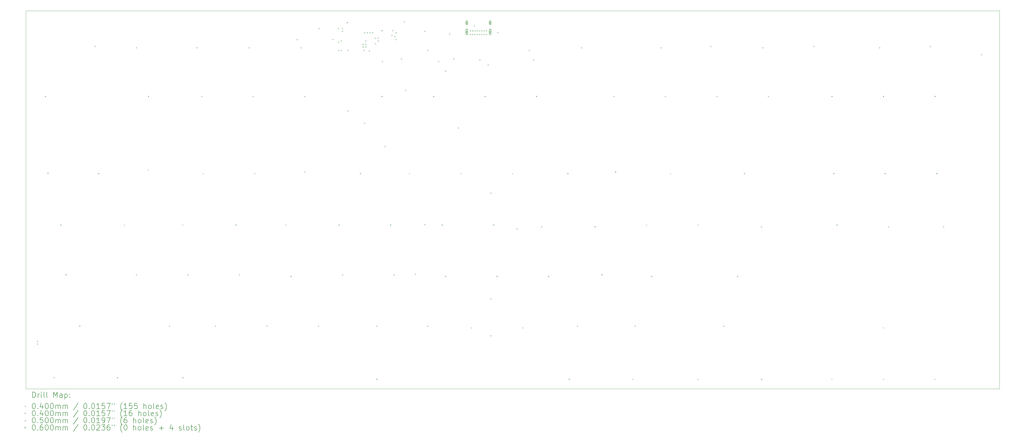
<source format=gbr>
%TF.GenerationSoftware,KiCad,Pcbnew,7.0.2*%
%TF.CreationDate,2023-11-07T00:30:37+01:00*%
%TF.ProjectId,TKLTheSecond,544b4c54-6865-4536-9563-6f6e642e6b69,rev?*%
%TF.SameCoordinates,Original*%
%TF.FileFunction,Drillmap*%
%TF.FilePolarity,Positive*%
%FSLAX45Y45*%
G04 Gerber Fmt 4.5, Leading zero omitted, Abs format (unit mm)*
G04 Created by KiCad (PCBNEW 7.0.2) date 2023-11-07 00:30:37*
%MOMM*%
%LPD*%
G01*
G04 APERTURE LIST*
%ADD10C,0.100000*%
%ADD11C,0.200000*%
%ADD12C,0.040000*%
%ADD13C,0.050000*%
%ADD14C,0.060000*%
G04 APERTURE END LIST*
D10*
X3031200Y-3810000D02*
X39031200Y-3810000D01*
X39031200Y-17818000D01*
X3031200Y-17818000D01*
X3031200Y-3810000D01*
D11*
D12*
X3726500Y-6965000D02*
X3766500Y-7005000D01*
X3766500Y-6965000D02*
X3726500Y-7005000D01*
X3820756Y-9811395D02*
X3860756Y-9851395D01*
X3860756Y-9811395D02*
X3820756Y-9851395D01*
X4044000Y-17379000D02*
X4084000Y-17419000D01*
X4084000Y-17379000D02*
X4044000Y-17419000D01*
X4298000Y-11727500D02*
X4338000Y-11767500D01*
X4338000Y-11727500D02*
X4298000Y-11767500D01*
X4488500Y-13569000D02*
X4528500Y-13609000D01*
X4528500Y-13569000D02*
X4488500Y-13609000D01*
X4996500Y-15474000D02*
X5036500Y-15514000D01*
X5036500Y-15474000D02*
X4996500Y-15514000D01*
X5568000Y-5110800D02*
X5608000Y-5150800D01*
X5608000Y-5110800D02*
X5568000Y-5150800D01*
X5695000Y-9822500D02*
X5735000Y-9862500D01*
X5735000Y-9822500D02*
X5695000Y-9862500D01*
X6393500Y-17379000D02*
X6433500Y-17419000D01*
X6433500Y-17379000D02*
X6393500Y-17419000D01*
X6647500Y-11727500D02*
X6687500Y-11767500D01*
X6687500Y-11727500D02*
X6647500Y-11767500D01*
X7092000Y-5161600D02*
X7132000Y-5201600D01*
X7132000Y-5161600D02*
X7092000Y-5201600D01*
X7092000Y-13569000D02*
X7132000Y-13609000D01*
X7132000Y-13569000D02*
X7092000Y-13609000D01*
X7536500Y-6965000D02*
X7576500Y-7005000D01*
X7576500Y-6965000D02*
X7536500Y-7005000D01*
X7536500Y-9695500D02*
X7576500Y-9735500D01*
X7576500Y-9695500D02*
X7536500Y-9735500D01*
X8311200Y-15474000D02*
X8351200Y-15514000D01*
X8351200Y-15474000D02*
X8311200Y-15514000D01*
X8806500Y-11727500D02*
X8846500Y-11767500D01*
X8846500Y-11727500D02*
X8806500Y-11767500D01*
X8806500Y-17379000D02*
X8846500Y-17419000D01*
X8846500Y-17379000D02*
X8806500Y-17419000D01*
X8997000Y-13569000D02*
X9037000Y-13609000D01*
X9037000Y-13569000D02*
X8997000Y-13609000D01*
X9327200Y-5161600D02*
X9367200Y-5201600D01*
X9367200Y-5161600D02*
X9327200Y-5201600D01*
X9505000Y-6965000D02*
X9545000Y-7005000D01*
X9545000Y-6965000D02*
X9505000Y-7005000D01*
X9568500Y-9822500D02*
X9608500Y-9862500D01*
X9608500Y-9822500D02*
X9568500Y-9862500D01*
X10013000Y-15474000D02*
X10053000Y-15514000D01*
X10053000Y-15474000D02*
X10013000Y-15514000D01*
X10775000Y-11727500D02*
X10815000Y-11767500D01*
X10815000Y-11727500D02*
X10775000Y-11767500D01*
X10902000Y-13569000D02*
X10942000Y-13609000D01*
X10942000Y-13569000D02*
X10902000Y-13609000D01*
X11257600Y-5161600D02*
X11297600Y-5201600D01*
X11297600Y-5161600D02*
X11257600Y-5201600D01*
X11410000Y-6965000D02*
X11450000Y-7005000D01*
X11450000Y-6965000D02*
X11410000Y-7005000D01*
X11473500Y-9822500D02*
X11513500Y-9862500D01*
X11513500Y-9822500D02*
X11473500Y-9862500D01*
X11918000Y-15474000D02*
X11958000Y-15514000D01*
X11958000Y-15474000D02*
X11918000Y-15514000D01*
X12616500Y-11727500D02*
X12656500Y-11767500D01*
X12656500Y-11727500D02*
X12616500Y-11767500D01*
X12807000Y-13632500D02*
X12847000Y-13672500D01*
X12847000Y-13632500D02*
X12807000Y-13672500D01*
X13035600Y-4856800D02*
X13075600Y-4896800D01*
X13075600Y-4856800D02*
X13035600Y-4896800D01*
X13188000Y-5161600D02*
X13228000Y-5201600D01*
X13228000Y-5161600D02*
X13188000Y-5201600D01*
X13315000Y-6965000D02*
X13355000Y-7005000D01*
X13355000Y-6965000D02*
X13315000Y-7005000D01*
X13315000Y-9759000D02*
X13355000Y-9799000D01*
X13355000Y-9759000D02*
X13315000Y-9799000D01*
X13823000Y-15474000D02*
X13863000Y-15514000D01*
X13863000Y-15474000D02*
X13823000Y-15514000D01*
X13848400Y-4450400D02*
X13888400Y-4490400D01*
X13888400Y-4450400D02*
X13848400Y-4490400D01*
X14356400Y-4856800D02*
X14396400Y-4896800D01*
X14396400Y-4856800D02*
X14356400Y-4896800D01*
X14559600Y-4450400D02*
X14599600Y-4490400D01*
X14599600Y-4450400D02*
X14559600Y-4490400D01*
X14559600Y-4958400D02*
X14599600Y-4998400D01*
X14599600Y-4958400D02*
X14559600Y-4998400D01*
X14559600Y-5263200D02*
X14599600Y-5303200D01*
X14599600Y-5263200D02*
X14559600Y-5303200D01*
X14585000Y-11727500D02*
X14625000Y-11767500D01*
X14625000Y-11727500D02*
X14585000Y-11767500D01*
X14661200Y-4907600D02*
X14701200Y-4947600D01*
X14701200Y-4907600D02*
X14661200Y-4947600D01*
X14661200Y-5263200D02*
X14701200Y-5303200D01*
X14701200Y-5263200D02*
X14661200Y-5303200D01*
X14712000Y-4450400D02*
X14752000Y-4490400D01*
X14752000Y-4450400D02*
X14712000Y-4490400D01*
X14712000Y-4552000D02*
X14752000Y-4592000D01*
X14752000Y-4552000D02*
X14712000Y-4592000D01*
X14712000Y-13569000D02*
X14752000Y-13609000D01*
X14752000Y-13569000D02*
X14712000Y-13609000D01*
X14886416Y-4227169D02*
X14926416Y-4267169D01*
X14926416Y-4227169D02*
X14886416Y-4267169D01*
X14915200Y-5263200D02*
X14955200Y-5303200D01*
X14955200Y-5263200D02*
X14915200Y-5303200D01*
X14915200Y-7498400D02*
X14955200Y-7538400D01*
X14955200Y-7498400D02*
X14915200Y-7538400D01*
X15372400Y-9822500D02*
X15412400Y-9862500D01*
X15412400Y-9822500D02*
X15372400Y-9862500D01*
X15500485Y-5263200D02*
X15540485Y-5303200D01*
X15540485Y-5263200D02*
X15500485Y-5303200D01*
X15524800Y-4602800D02*
X15564800Y-4642800D01*
X15564800Y-4602800D02*
X15524800Y-4642800D01*
X15524800Y-7955600D02*
X15564800Y-7995600D01*
X15564800Y-7955600D02*
X15524800Y-7995600D01*
X15575600Y-4907600D02*
X15615600Y-4947600D01*
X15615600Y-4907600D02*
X15575600Y-4947600D01*
X15626400Y-4602800D02*
X15666400Y-4642800D01*
X15666400Y-4602800D02*
X15626400Y-4642800D01*
X15701763Y-5277156D02*
X15741763Y-5317156D01*
X15741763Y-5277156D02*
X15701763Y-5317156D01*
X15728000Y-4602800D02*
X15768000Y-4642800D01*
X15768000Y-4602800D02*
X15728000Y-4642800D01*
X15829600Y-4602800D02*
X15869600Y-4642800D01*
X15869600Y-4602800D02*
X15829600Y-4642800D01*
X15931200Y-4806000D02*
X15971200Y-4846000D01*
X15971200Y-4806000D02*
X15931200Y-4846000D01*
X15931200Y-5009200D02*
X15971200Y-5049200D01*
X15971200Y-5009200D02*
X15931200Y-5049200D01*
X15982000Y-15474000D02*
X16022000Y-15514000D01*
X16022000Y-15474000D02*
X15982000Y-15514000D01*
X15982000Y-17442500D02*
X16022000Y-17482500D01*
X16022000Y-17442500D02*
X15982000Y-17482500D01*
X16032800Y-4806000D02*
X16072800Y-4846000D01*
X16072800Y-4806000D02*
X16032800Y-4846000D01*
X16032800Y-4907600D02*
X16072800Y-4947600D01*
X16072800Y-4907600D02*
X16032800Y-4947600D01*
X16172500Y-6965000D02*
X16212500Y-7005000D01*
X16212500Y-6965000D02*
X16172500Y-7005000D01*
X16172608Y-4527189D02*
X16212608Y-4567189D01*
X16212608Y-4527189D02*
X16172608Y-4567189D01*
X16185200Y-5669600D02*
X16225200Y-5709600D01*
X16225200Y-5669600D02*
X16185200Y-5709600D01*
X16286800Y-8819200D02*
X16326800Y-8859200D01*
X16326800Y-8819200D02*
X16286800Y-8859200D01*
X16490000Y-11727500D02*
X16530000Y-11767500D01*
X16530000Y-11727500D02*
X16490000Y-11767500D01*
X16540800Y-4704400D02*
X16580800Y-4744400D01*
X16580800Y-4704400D02*
X16540800Y-4744400D01*
X16564598Y-4523943D02*
X16604598Y-4563943D01*
X16604598Y-4523943D02*
X16564598Y-4563943D01*
X16617000Y-13569000D02*
X16657000Y-13609000D01*
X16657000Y-13569000D02*
X16617000Y-13609000D01*
X16642400Y-4755200D02*
X16682400Y-4795200D01*
X16682400Y-4755200D02*
X16642400Y-4795200D01*
X16693200Y-4602800D02*
X16733200Y-4642800D01*
X16733200Y-4602800D02*
X16693200Y-4642800D01*
X16693200Y-4856800D02*
X16733200Y-4896800D01*
X16733200Y-4856800D02*
X16693200Y-4896800D01*
X16896400Y-5568000D02*
X16936400Y-5608000D01*
X16936400Y-5568000D02*
X16896400Y-5608000D01*
X16998000Y-4196400D02*
X17038000Y-4236400D01*
X17038000Y-4196400D02*
X16998000Y-4236400D01*
X17048800Y-6736400D02*
X17088800Y-6776400D01*
X17088800Y-6736400D02*
X17048800Y-6776400D01*
X17188500Y-9822500D02*
X17228500Y-9862500D01*
X17228500Y-9822500D02*
X17188500Y-9862500D01*
X17404400Y-13543600D02*
X17444400Y-13583600D01*
X17444400Y-13543600D02*
X17404400Y-13583600D01*
X17760000Y-4552000D02*
X17800000Y-4592000D01*
X17800000Y-4552000D02*
X17760000Y-4592000D01*
X17760000Y-11714800D02*
X17800000Y-11754800D01*
X17800000Y-11714800D02*
X17760000Y-11754800D01*
X17861600Y-5263200D02*
X17901600Y-5303200D01*
X17901600Y-5263200D02*
X17861600Y-5303200D01*
X17861600Y-15474000D02*
X17901600Y-15514000D01*
X17901600Y-15474000D02*
X17861600Y-15514000D01*
X18077500Y-6965000D02*
X18117500Y-7005000D01*
X18117500Y-6965000D02*
X18077500Y-7005000D01*
X18268000Y-5669600D02*
X18308000Y-5709600D01*
X18308000Y-5669600D02*
X18268000Y-5709600D01*
X18395000Y-11727500D02*
X18435000Y-11767500D01*
X18435000Y-11727500D02*
X18395000Y-11767500D01*
X18522000Y-6025200D02*
X18562000Y-6065200D01*
X18562000Y-6025200D02*
X18522000Y-6065200D01*
X18522000Y-13632500D02*
X18562000Y-13672500D01*
X18562000Y-13632500D02*
X18522000Y-13672500D01*
X18674400Y-4653600D02*
X18714400Y-4693600D01*
X18714400Y-4653600D02*
X18674400Y-4693600D01*
X18826800Y-5568000D02*
X18866800Y-5608000D01*
X18866800Y-5568000D02*
X18826800Y-5608000D01*
X18995317Y-8132928D02*
X19035317Y-8172928D01*
X19035317Y-8132928D02*
X18995317Y-8172928D01*
X19093500Y-9822500D02*
X19133500Y-9862500D01*
X19133500Y-9822500D02*
X19093500Y-9862500D01*
X19474500Y-15537500D02*
X19514500Y-15577500D01*
X19514500Y-15537500D02*
X19474500Y-15577500D01*
X19588800Y-4348800D02*
X19628800Y-4388800D01*
X19628800Y-4348800D02*
X19588800Y-4388800D01*
X19792000Y-5618800D02*
X19832000Y-5658800D01*
X19832000Y-5618800D02*
X19792000Y-5658800D01*
X19982500Y-6965000D02*
X20022500Y-7005000D01*
X20022500Y-6965000D02*
X19982500Y-7005000D01*
X20096800Y-5795018D02*
X20136800Y-5835018D01*
X20136800Y-5795018D02*
X20096800Y-5835018D01*
X20198400Y-10546400D02*
X20238400Y-10586400D01*
X20238400Y-10546400D02*
X20198400Y-10586400D01*
X20198400Y-14458000D02*
X20238400Y-14498000D01*
X20238400Y-14458000D02*
X20198400Y-14498000D01*
X20198400Y-15829600D02*
X20238400Y-15869600D01*
X20238400Y-15829600D02*
X20198400Y-15869600D01*
X20300000Y-11727500D02*
X20340000Y-11767500D01*
X20340000Y-11727500D02*
X20300000Y-11767500D01*
X20427000Y-13632500D02*
X20467000Y-13672500D01*
X20467000Y-13632500D02*
X20427000Y-13672500D01*
X20452400Y-4602800D02*
X20492400Y-4642800D01*
X20492400Y-4602800D02*
X20452400Y-4642800D01*
X20998500Y-9822500D02*
X21038500Y-9862500D01*
X21038500Y-9822500D02*
X20998500Y-9862500D01*
X21163600Y-11867200D02*
X21203600Y-11907200D01*
X21203600Y-11867200D02*
X21163600Y-11907200D01*
X21379500Y-15537500D02*
X21419500Y-15577500D01*
X21419500Y-15537500D02*
X21379500Y-15577500D01*
X21620800Y-5263200D02*
X21660800Y-5303200D01*
X21660800Y-5263200D02*
X21620800Y-5303200D01*
X21773200Y-5618800D02*
X21813200Y-5658800D01*
X21813200Y-5618800D02*
X21773200Y-5658800D01*
X21887500Y-6965000D02*
X21927500Y-7005000D01*
X21927500Y-6965000D02*
X21887500Y-7005000D01*
X22078000Y-11791000D02*
X22118000Y-11831000D01*
X22118000Y-11791000D02*
X22078000Y-11831000D01*
X22332000Y-13632500D02*
X22372000Y-13672500D01*
X22372000Y-13632500D02*
X22332000Y-13672500D01*
X23043200Y-9822500D02*
X23083200Y-9862500D01*
X23083200Y-9822500D02*
X23043200Y-9862500D01*
X23094000Y-17442500D02*
X23134000Y-17482500D01*
X23134000Y-17442500D02*
X23094000Y-17482500D01*
X23398800Y-15474000D02*
X23438800Y-15514000D01*
X23438800Y-15474000D02*
X23398800Y-15514000D01*
X23551200Y-5161600D02*
X23591200Y-5201600D01*
X23591200Y-5161600D02*
X23551200Y-5201600D01*
X24046500Y-11791000D02*
X24086500Y-11831000D01*
X24086500Y-11791000D02*
X24046500Y-11831000D01*
X24300500Y-13569000D02*
X24340500Y-13609000D01*
X24340500Y-13569000D02*
X24300500Y-13609000D01*
X24745000Y-6965000D02*
X24785000Y-7005000D01*
X24785000Y-6965000D02*
X24745000Y-7005000D01*
X24808500Y-9759000D02*
X24848500Y-9799000D01*
X24848500Y-9759000D02*
X24808500Y-9799000D01*
X25443500Y-17442500D02*
X25483500Y-17482500D01*
X25483500Y-17442500D02*
X25443500Y-17482500D01*
X25532400Y-15474000D02*
X25572400Y-15514000D01*
X25572400Y-15474000D02*
X25532400Y-15514000D01*
X25951500Y-11727500D02*
X25991500Y-11767500D01*
X25991500Y-11727500D02*
X25951500Y-11767500D01*
X26142000Y-13632500D02*
X26182000Y-13672500D01*
X26182000Y-13632500D02*
X26142000Y-13672500D01*
X26497600Y-5161600D02*
X26537600Y-5201600D01*
X26537600Y-5161600D02*
X26497600Y-5201600D01*
X26650000Y-6965000D02*
X26690000Y-7005000D01*
X26690000Y-6965000D02*
X26650000Y-7005000D01*
X26840500Y-9822500D02*
X26880500Y-9862500D01*
X26880500Y-9822500D02*
X26840500Y-9862500D01*
X27856500Y-11727500D02*
X27896500Y-11767500D01*
X27896500Y-11727500D02*
X27856500Y-11767500D01*
X27856500Y-17442500D02*
X27896500Y-17482500D01*
X27896500Y-17442500D02*
X27856500Y-17482500D01*
X28326400Y-5110800D02*
X28366400Y-5150800D01*
X28366400Y-5110800D02*
X28326400Y-5150800D01*
X28555000Y-6965000D02*
X28595000Y-7005000D01*
X28595000Y-6965000D02*
X28555000Y-7005000D01*
X28809000Y-15474000D02*
X28849000Y-15514000D01*
X28849000Y-15474000D02*
X28809000Y-15514000D01*
X29317000Y-13632500D02*
X29357000Y-13672500D01*
X29357000Y-13632500D02*
X29317000Y-13672500D01*
X29571000Y-9822500D02*
X29611000Y-9862500D01*
X29611000Y-9822500D02*
X29571000Y-9862500D01*
X30206000Y-11791000D02*
X30246000Y-11831000D01*
X30246000Y-11791000D02*
X30206000Y-11831000D01*
X30206000Y-17442500D02*
X30246000Y-17482500D01*
X30246000Y-17442500D02*
X30206000Y-17482500D01*
X30256800Y-5161600D02*
X30296800Y-5201600D01*
X30296800Y-5161600D02*
X30256800Y-5201600D01*
X30460000Y-6965000D02*
X30500000Y-7005000D01*
X30500000Y-6965000D02*
X30460000Y-7005000D01*
X32136400Y-5110800D02*
X32176400Y-5150800D01*
X32176400Y-5110800D02*
X32136400Y-5150800D01*
X32809500Y-6965000D02*
X32849500Y-7005000D01*
X32849500Y-6965000D02*
X32809500Y-7005000D01*
X32809500Y-17442500D02*
X32849500Y-17482500D01*
X32849500Y-17442500D02*
X32809500Y-17482500D01*
X32873000Y-9822500D02*
X32913000Y-9862500D01*
X32913000Y-9822500D02*
X32873000Y-9862500D01*
X33000000Y-11727500D02*
X33040000Y-11767500D01*
X33040000Y-11727500D02*
X33000000Y-11767500D01*
X34574800Y-5161600D02*
X34614800Y-5201600D01*
X34614800Y-5161600D02*
X34574800Y-5201600D01*
X34714500Y-6965000D02*
X34754500Y-7005000D01*
X34754500Y-6965000D02*
X34714500Y-7005000D01*
X34714500Y-15537500D02*
X34754500Y-15577500D01*
X34754500Y-15537500D02*
X34714500Y-15577500D01*
X34714500Y-17442500D02*
X34754500Y-17482500D01*
X34754500Y-17442500D02*
X34714500Y-17482500D01*
X34778000Y-9822500D02*
X34818000Y-9862500D01*
X34818000Y-9822500D02*
X34778000Y-9862500D01*
X34905000Y-11791000D02*
X34945000Y-11831000D01*
X34945000Y-11791000D02*
X34905000Y-11831000D01*
X36454400Y-5110800D02*
X36494400Y-5150800D01*
X36494400Y-5110800D02*
X36454400Y-5150800D01*
X36619500Y-6965000D02*
X36659500Y-7005000D01*
X36659500Y-6965000D02*
X36619500Y-7005000D01*
X36619500Y-17442500D02*
X36659500Y-17482500D01*
X36659500Y-17442500D02*
X36619500Y-17482500D01*
X36683000Y-9822500D02*
X36723000Y-9862500D01*
X36723000Y-9822500D02*
X36683000Y-9862500D01*
X36937000Y-11791000D02*
X36977000Y-11831000D01*
X36977000Y-11791000D02*
X36937000Y-11831000D01*
X38334000Y-5415600D02*
X38374000Y-5455600D01*
X38374000Y-5415600D02*
X38334000Y-5455600D01*
X19486630Y-4559114D02*
G75*
G03*
X19486630Y-4559114I-20000J0D01*
G01*
X19486630Y-4694114D02*
G75*
G03*
X19486630Y-4694114I-20000J0D01*
G01*
X19571630Y-4559114D02*
G75*
G03*
X19571630Y-4559114I-20000J0D01*
G01*
X19571630Y-4694114D02*
G75*
G03*
X19571630Y-4694114I-20000J0D01*
G01*
X19656630Y-4559114D02*
G75*
G03*
X19656630Y-4559114I-20000J0D01*
G01*
X19656630Y-4694114D02*
G75*
G03*
X19656630Y-4694114I-20000J0D01*
G01*
X19741630Y-4559114D02*
G75*
G03*
X19741630Y-4559114I-20000J0D01*
G01*
X19741630Y-4694114D02*
G75*
G03*
X19741630Y-4694114I-20000J0D01*
G01*
X19826630Y-4559114D02*
G75*
G03*
X19826630Y-4559114I-20000J0D01*
G01*
X19826630Y-4694114D02*
G75*
G03*
X19826630Y-4694114I-20000J0D01*
G01*
X19911630Y-4559114D02*
G75*
G03*
X19911630Y-4559114I-20000J0D01*
G01*
X19911630Y-4694114D02*
G75*
G03*
X19911630Y-4694114I-20000J0D01*
G01*
X19996630Y-4559114D02*
G75*
G03*
X19996630Y-4559114I-20000J0D01*
G01*
X19996630Y-4694114D02*
G75*
G03*
X19996630Y-4694114I-20000J0D01*
G01*
X20081630Y-4559114D02*
G75*
G03*
X20081630Y-4559114I-20000J0D01*
G01*
X20081630Y-4694114D02*
G75*
G03*
X20081630Y-4694114I-20000J0D01*
G01*
D13*
X3454400Y-16029400D02*
X3454400Y-16079400D01*
X3429400Y-16054400D02*
X3479400Y-16054400D01*
X3454400Y-16129400D02*
X3454400Y-16179400D01*
X3429400Y-16154400D02*
X3479400Y-16154400D01*
X15491506Y-5030251D02*
X15491506Y-5080251D01*
X15466506Y-5055251D02*
X15516506Y-5055251D01*
X15491506Y-5130251D02*
X15491506Y-5180251D01*
X15466506Y-5155251D02*
X15516506Y-5155251D01*
X15591506Y-5030251D02*
X15591506Y-5080251D01*
X15566506Y-5055251D02*
X15616506Y-5055251D01*
X15591506Y-5130251D02*
X15591506Y-5180251D01*
X15566506Y-5155251D02*
X15616506Y-5155251D01*
D14*
X19352844Y-4279327D02*
X19352844Y-4236900D01*
X19310417Y-4236900D01*
X19310417Y-4279327D01*
X19352844Y-4279327D01*
D11*
X19301630Y-4218114D02*
X19301630Y-4298114D01*
X19301630Y-4298114D02*
G75*
G03*
X19361630Y-4298114I30000J0D01*
G01*
X19361630Y-4298114D02*
X19361630Y-4218114D01*
X19361630Y-4218114D02*
G75*
G03*
X19301630Y-4218114I-30000J0D01*
G01*
D14*
X19352844Y-4617327D02*
X19352844Y-4574900D01*
X19310417Y-4574900D01*
X19310417Y-4617327D01*
X19352844Y-4617327D01*
D11*
X19301630Y-4521114D02*
X19301630Y-4671114D01*
X19301630Y-4671114D02*
G75*
G03*
X19361630Y-4671114I30000J0D01*
G01*
X19361630Y-4671114D02*
X19361630Y-4521114D01*
X19361630Y-4521114D02*
G75*
G03*
X19301630Y-4521114I-30000J0D01*
G01*
D14*
X20217844Y-4279327D02*
X20217844Y-4236900D01*
X20175417Y-4236900D01*
X20175417Y-4279327D01*
X20217844Y-4279327D01*
D11*
X20166630Y-4218114D02*
X20166630Y-4298114D01*
X20166630Y-4298114D02*
G75*
G03*
X20226630Y-4298114I30000J0D01*
G01*
X20226630Y-4298114D02*
X20226630Y-4218114D01*
X20226630Y-4218114D02*
G75*
G03*
X20166630Y-4218114I-30000J0D01*
G01*
D14*
X20217844Y-4617327D02*
X20217844Y-4574900D01*
X20175417Y-4574900D01*
X20175417Y-4617327D01*
X20217844Y-4617327D01*
D11*
X20166630Y-4521114D02*
X20166630Y-4671114D01*
X20166630Y-4671114D02*
G75*
G03*
X20226630Y-4671114I30000J0D01*
G01*
X20226630Y-4671114D02*
X20226630Y-4521114D01*
X20226630Y-4521114D02*
G75*
G03*
X20166630Y-4521114I-30000J0D01*
G01*
X3273819Y-18135524D02*
X3273819Y-17935524D01*
X3273819Y-17935524D02*
X3321438Y-17935524D01*
X3321438Y-17935524D02*
X3350009Y-17945048D01*
X3350009Y-17945048D02*
X3369057Y-17964095D01*
X3369057Y-17964095D02*
X3378581Y-17983143D01*
X3378581Y-17983143D02*
X3388105Y-18021238D01*
X3388105Y-18021238D02*
X3388105Y-18049810D01*
X3388105Y-18049810D02*
X3378581Y-18087905D01*
X3378581Y-18087905D02*
X3369057Y-18106952D01*
X3369057Y-18106952D02*
X3350009Y-18126000D01*
X3350009Y-18126000D02*
X3321438Y-18135524D01*
X3321438Y-18135524D02*
X3273819Y-18135524D01*
X3473819Y-18135524D02*
X3473819Y-18002190D01*
X3473819Y-18040286D02*
X3483343Y-18021238D01*
X3483343Y-18021238D02*
X3492867Y-18011714D01*
X3492867Y-18011714D02*
X3511914Y-18002190D01*
X3511914Y-18002190D02*
X3530962Y-18002190D01*
X3597628Y-18135524D02*
X3597628Y-18002190D01*
X3597628Y-17935524D02*
X3588105Y-17945048D01*
X3588105Y-17945048D02*
X3597628Y-17954571D01*
X3597628Y-17954571D02*
X3607152Y-17945048D01*
X3607152Y-17945048D02*
X3597628Y-17935524D01*
X3597628Y-17935524D02*
X3597628Y-17954571D01*
X3721438Y-18135524D02*
X3702390Y-18126000D01*
X3702390Y-18126000D02*
X3692867Y-18106952D01*
X3692867Y-18106952D02*
X3692867Y-17935524D01*
X3826200Y-18135524D02*
X3807152Y-18126000D01*
X3807152Y-18126000D02*
X3797628Y-18106952D01*
X3797628Y-18106952D02*
X3797628Y-17935524D01*
X4054771Y-18135524D02*
X4054771Y-17935524D01*
X4054771Y-17935524D02*
X4121438Y-18078381D01*
X4121438Y-18078381D02*
X4188105Y-17935524D01*
X4188105Y-17935524D02*
X4188105Y-18135524D01*
X4369057Y-18135524D02*
X4369057Y-18030762D01*
X4369057Y-18030762D02*
X4359533Y-18011714D01*
X4359533Y-18011714D02*
X4340486Y-18002190D01*
X4340486Y-18002190D02*
X4302390Y-18002190D01*
X4302390Y-18002190D02*
X4283343Y-18011714D01*
X4369057Y-18126000D02*
X4350010Y-18135524D01*
X4350010Y-18135524D02*
X4302390Y-18135524D01*
X4302390Y-18135524D02*
X4283343Y-18126000D01*
X4283343Y-18126000D02*
X4273819Y-18106952D01*
X4273819Y-18106952D02*
X4273819Y-18087905D01*
X4273819Y-18087905D02*
X4283343Y-18068857D01*
X4283343Y-18068857D02*
X4302390Y-18059333D01*
X4302390Y-18059333D02*
X4350010Y-18059333D01*
X4350010Y-18059333D02*
X4369057Y-18049810D01*
X4464295Y-18002190D02*
X4464295Y-18202190D01*
X4464295Y-18011714D02*
X4483343Y-18002190D01*
X4483343Y-18002190D02*
X4521438Y-18002190D01*
X4521438Y-18002190D02*
X4540486Y-18011714D01*
X4540486Y-18011714D02*
X4550010Y-18021238D01*
X4550010Y-18021238D02*
X4559533Y-18040286D01*
X4559533Y-18040286D02*
X4559533Y-18097429D01*
X4559533Y-18097429D02*
X4550010Y-18116476D01*
X4550010Y-18116476D02*
X4540486Y-18126000D01*
X4540486Y-18126000D02*
X4521438Y-18135524D01*
X4521438Y-18135524D02*
X4483343Y-18135524D01*
X4483343Y-18135524D02*
X4464295Y-18126000D01*
X4645248Y-18116476D02*
X4654771Y-18126000D01*
X4654771Y-18126000D02*
X4645248Y-18135524D01*
X4645248Y-18135524D02*
X4635724Y-18126000D01*
X4635724Y-18126000D02*
X4645248Y-18116476D01*
X4645248Y-18116476D02*
X4645248Y-18135524D01*
X4645248Y-18011714D02*
X4654771Y-18021238D01*
X4654771Y-18021238D02*
X4645248Y-18030762D01*
X4645248Y-18030762D02*
X4635724Y-18021238D01*
X4635724Y-18021238D02*
X4645248Y-18011714D01*
X4645248Y-18011714D02*
X4645248Y-18030762D01*
D12*
X2986200Y-18443000D02*
X3026200Y-18483000D01*
X3026200Y-18443000D02*
X2986200Y-18483000D01*
D11*
X3311914Y-18355524D02*
X3330962Y-18355524D01*
X3330962Y-18355524D02*
X3350009Y-18365048D01*
X3350009Y-18365048D02*
X3359533Y-18374571D01*
X3359533Y-18374571D02*
X3369057Y-18393619D01*
X3369057Y-18393619D02*
X3378581Y-18431714D01*
X3378581Y-18431714D02*
X3378581Y-18479333D01*
X3378581Y-18479333D02*
X3369057Y-18517429D01*
X3369057Y-18517429D02*
X3359533Y-18536476D01*
X3359533Y-18536476D02*
X3350009Y-18546000D01*
X3350009Y-18546000D02*
X3330962Y-18555524D01*
X3330962Y-18555524D02*
X3311914Y-18555524D01*
X3311914Y-18555524D02*
X3292867Y-18546000D01*
X3292867Y-18546000D02*
X3283343Y-18536476D01*
X3283343Y-18536476D02*
X3273819Y-18517429D01*
X3273819Y-18517429D02*
X3264295Y-18479333D01*
X3264295Y-18479333D02*
X3264295Y-18431714D01*
X3264295Y-18431714D02*
X3273819Y-18393619D01*
X3273819Y-18393619D02*
X3283343Y-18374571D01*
X3283343Y-18374571D02*
X3292867Y-18365048D01*
X3292867Y-18365048D02*
X3311914Y-18355524D01*
X3464295Y-18536476D02*
X3473819Y-18546000D01*
X3473819Y-18546000D02*
X3464295Y-18555524D01*
X3464295Y-18555524D02*
X3454771Y-18546000D01*
X3454771Y-18546000D02*
X3464295Y-18536476D01*
X3464295Y-18536476D02*
X3464295Y-18555524D01*
X3645248Y-18422190D02*
X3645248Y-18555524D01*
X3597628Y-18346000D02*
X3550009Y-18488857D01*
X3550009Y-18488857D02*
X3673819Y-18488857D01*
X3788105Y-18355524D02*
X3807152Y-18355524D01*
X3807152Y-18355524D02*
X3826200Y-18365048D01*
X3826200Y-18365048D02*
X3835724Y-18374571D01*
X3835724Y-18374571D02*
X3845248Y-18393619D01*
X3845248Y-18393619D02*
X3854771Y-18431714D01*
X3854771Y-18431714D02*
X3854771Y-18479333D01*
X3854771Y-18479333D02*
X3845248Y-18517429D01*
X3845248Y-18517429D02*
X3835724Y-18536476D01*
X3835724Y-18536476D02*
X3826200Y-18546000D01*
X3826200Y-18546000D02*
X3807152Y-18555524D01*
X3807152Y-18555524D02*
X3788105Y-18555524D01*
X3788105Y-18555524D02*
X3769057Y-18546000D01*
X3769057Y-18546000D02*
X3759533Y-18536476D01*
X3759533Y-18536476D02*
X3750009Y-18517429D01*
X3750009Y-18517429D02*
X3740486Y-18479333D01*
X3740486Y-18479333D02*
X3740486Y-18431714D01*
X3740486Y-18431714D02*
X3750009Y-18393619D01*
X3750009Y-18393619D02*
X3759533Y-18374571D01*
X3759533Y-18374571D02*
X3769057Y-18365048D01*
X3769057Y-18365048D02*
X3788105Y-18355524D01*
X3978581Y-18355524D02*
X3997629Y-18355524D01*
X3997629Y-18355524D02*
X4016676Y-18365048D01*
X4016676Y-18365048D02*
X4026200Y-18374571D01*
X4026200Y-18374571D02*
X4035724Y-18393619D01*
X4035724Y-18393619D02*
X4045248Y-18431714D01*
X4045248Y-18431714D02*
X4045248Y-18479333D01*
X4045248Y-18479333D02*
X4035724Y-18517429D01*
X4035724Y-18517429D02*
X4026200Y-18536476D01*
X4026200Y-18536476D02*
X4016676Y-18546000D01*
X4016676Y-18546000D02*
X3997629Y-18555524D01*
X3997629Y-18555524D02*
X3978581Y-18555524D01*
X3978581Y-18555524D02*
X3959533Y-18546000D01*
X3959533Y-18546000D02*
X3950009Y-18536476D01*
X3950009Y-18536476D02*
X3940486Y-18517429D01*
X3940486Y-18517429D02*
X3930962Y-18479333D01*
X3930962Y-18479333D02*
X3930962Y-18431714D01*
X3930962Y-18431714D02*
X3940486Y-18393619D01*
X3940486Y-18393619D02*
X3950009Y-18374571D01*
X3950009Y-18374571D02*
X3959533Y-18365048D01*
X3959533Y-18365048D02*
X3978581Y-18355524D01*
X4130962Y-18555524D02*
X4130962Y-18422190D01*
X4130962Y-18441238D02*
X4140486Y-18431714D01*
X4140486Y-18431714D02*
X4159533Y-18422190D01*
X4159533Y-18422190D02*
X4188105Y-18422190D01*
X4188105Y-18422190D02*
X4207152Y-18431714D01*
X4207152Y-18431714D02*
X4216676Y-18450762D01*
X4216676Y-18450762D02*
X4216676Y-18555524D01*
X4216676Y-18450762D02*
X4226200Y-18431714D01*
X4226200Y-18431714D02*
X4245248Y-18422190D01*
X4245248Y-18422190D02*
X4273819Y-18422190D01*
X4273819Y-18422190D02*
X4292867Y-18431714D01*
X4292867Y-18431714D02*
X4302391Y-18450762D01*
X4302391Y-18450762D02*
X4302391Y-18555524D01*
X4397629Y-18555524D02*
X4397629Y-18422190D01*
X4397629Y-18441238D02*
X4407152Y-18431714D01*
X4407152Y-18431714D02*
X4426200Y-18422190D01*
X4426200Y-18422190D02*
X4454772Y-18422190D01*
X4454772Y-18422190D02*
X4473819Y-18431714D01*
X4473819Y-18431714D02*
X4483343Y-18450762D01*
X4483343Y-18450762D02*
X4483343Y-18555524D01*
X4483343Y-18450762D02*
X4492867Y-18431714D01*
X4492867Y-18431714D02*
X4511914Y-18422190D01*
X4511914Y-18422190D02*
X4540486Y-18422190D01*
X4540486Y-18422190D02*
X4559533Y-18431714D01*
X4559533Y-18431714D02*
X4569057Y-18450762D01*
X4569057Y-18450762D02*
X4569057Y-18555524D01*
X4959533Y-18346000D02*
X4788105Y-18603143D01*
X5216676Y-18355524D02*
X5235724Y-18355524D01*
X5235724Y-18355524D02*
X5254772Y-18365048D01*
X5254772Y-18365048D02*
X5264295Y-18374571D01*
X5264295Y-18374571D02*
X5273819Y-18393619D01*
X5273819Y-18393619D02*
X5283343Y-18431714D01*
X5283343Y-18431714D02*
X5283343Y-18479333D01*
X5283343Y-18479333D02*
X5273819Y-18517429D01*
X5273819Y-18517429D02*
X5264295Y-18536476D01*
X5264295Y-18536476D02*
X5254772Y-18546000D01*
X5254772Y-18546000D02*
X5235724Y-18555524D01*
X5235724Y-18555524D02*
X5216676Y-18555524D01*
X5216676Y-18555524D02*
X5197629Y-18546000D01*
X5197629Y-18546000D02*
X5188105Y-18536476D01*
X5188105Y-18536476D02*
X5178581Y-18517429D01*
X5178581Y-18517429D02*
X5169057Y-18479333D01*
X5169057Y-18479333D02*
X5169057Y-18431714D01*
X5169057Y-18431714D02*
X5178581Y-18393619D01*
X5178581Y-18393619D02*
X5188105Y-18374571D01*
X5188105Y-18374571D02*
X5197629Y-18365048D01*
X5197629Y-18365048D02*
X5216676Y-18355524D01*
X5369057Y-18536476D02*
X5378581Y-18546000D01*
X5378581Y-18546000D02*
X5369057Y-18555524D01*
X5369057Y-18555524D02*
X5359534Y-18546000D01*
X5359534Y-18546000D02*
X5369057Y-18536476D01*
X5369057Y-18536476D02*
X5369057Y-18555524D01*
X5502391Y-18355524D02*
X5521438Y-18355524D01*
X5521438Y-18355524D02*
X5540486Y-18365048D01*
X5540486Y-18365048D02*
X5550010Y-18374571D01*
X5550010Y-18374571D02*
X5559534Y-18393619D01*
X5559534Y-18393619D02*
X5569057Y-18431714D01*
X5569057Y-18431714D02*
X5569057Y-18479333D01*
X5569057Y-18479333D02*
X5559534Y-18517429D01*
X5559534Y-18517429D02*
X5550010Y-18536476D01*
X5550010Y-18536476D02*
X5540486Y-18546000D01*
X5540486Y-18546000D02*
X5521438Y-18555524D01*
X5521438Y-18555524D02*
X5502391Y-18555524D01*
X5502391Y-18555524D02*
X5483343Y-18546000D01*
X5483343Y-18546000D02*
X5473819Y-18536476D01*
X5473819Y-18536476D02*
X5464295Y-18517429D01*
X5464295Y-18517429D02*
X5454772Y-18479333D01*
X5454772Y-18479333D02*
X5454772Y-18431714D01*
X5454772Y-18431714D02*
X5464295Y-18393619D01*
X5464295Y-18393619D02*
X5473819Y-18374571D01*
X5473819Y-18374571D02*
X5483343Y-18365048D01*
X5483343Y-18365048D02*
X5502391Y-18355524D01*
X5759533Y-18555524D02*
X5645248Y-18555524D01*
X5702391Y-18555524D02*
X5702391Y-18355524D01*
X5702391Y-18355524D02*
X5683343Y-18384095D01*
X5683343Y-18384095D02*
X5664295Y-18403143D01*
X5664295Y-18403143D02*
X5645248Y-18412667D01*
X5940486Y-18355524D02*
X5845248Y-18355524D01*
X5845248Y-18355524D02*
X5835724Y-18450762D01*
X5835724Y-18450762D02*
X5845248Y-18441238D01*
X5845248Y-18441238D02*
X5864295Y-18431714D01*
X5864295Y-18431714D02*
X5911914Y-18431714D01*
X5911914Y-18431714D02*
X5930962Y-18441238D01*
X5930962Y-18441238D02*
X5940486Y-18450762D01*
X5940486Y-18450762D02*
X5950010Y-18469810D01*
X5950010Y-18469810D02*
X5950010Y-18517429D01*
X5950010Y-18517429D02*
X5940486Y-18536476D01*
X5940486Y-18536476D02*
X5930962Y-18546000D01*
X5930962Y-18546000D02*
X5911914Y-18555524D01*
X5911914Y-18555524D02*
X5864295Y-18555524D01*
X5864295Y-18555524D02*
X5845248Y-18546000D01*
X5845248Y-18546000D02*
X5835724Y-18536476D01*
X6016676Y-18355524D02*
X6150010Y-18355524D01*
X6150010Y-18355524D02*
X6064295Y-18555524D01*
X6216676Y-18355524D02*
X6216676Y-18393619D01*
X6292867Y-18355524D02*
X6292867Y-18393619D01*
X6588105Y-18631714D02*
X6578581Y-18622190D01*
X6578581Y-18622190D02*
X6559534Y-18593619D01*
X6559534Y-18593619D02*
X6550010Y-18574571D01*
X6550010Y-18574571D02*
X6540486Y-18546000D01*
X6540486Y-18546000D02*
X6530962Y-18498381D01*
X6530962Y-18498381D02*
X6530962Y-18460286D01*
X6530962Y-18460286D02*
X6540486Y-18412667D01*
X6540486Y-18412667D02*
X6550010Y-18384095D01*
X6550010Y-18384095D02*
X6559534Y-18365048D01*
X6559534Y-18365048D02*
X6578581Y-18336476D01*
X6578581Y-18336476D02*
X6588105Y-18326952D01*
X6769057Y-18555524D02*
X6654772Y-18555524D01*
X6711914Y-18555524D02*
X6711914Y-18355524D01*
X6711914Y-18355524D02*
X6692867Y-18384095D01*
X6692867Y-18384095D02*
X6673819Y-18403143D01*
X6673819Y-18403143D02*
X6654772Y-18412667D01*
X6950010Y-18355524D02*
X6854772Y-18355524D01*
X6854772Y-18355524D02*
X6845248Y-18450762D01*
X6845248Y-18450762D02*
X6854772Y-18441238D01*
X6854772Y-18441238D02*
X6873819Y-18431714D01*
X6873819Y-18431714D02*
X6921438Y-18431714D01*
X6921438Y-18431714D02*
X6940486Y-18441238D01*
X6940486Y-18441238D02*
X6950010Y-18450762D01*
X6950010Y-18450762D02*
X6959534Y-18469810D01*
X6959534Y-18469810D02*
X6959534Y-18517429D01*
X6959534Y-18517429D02*
X6950010Y-18536476D01*
X6950010Y-18536476D02*
X6940486Y-18546000D01*
X6940486Y-18546000D02*
X6921438Y-18555524D01*
X6921438Y-18555524D02*
X6873819Y-18555524D01*
X6873819Y-18555524D02*
X6854772Y-18546000D01*
X6854772Y-18546000D02*
X6845248Y-18536476D01*
X7140486Y-18355524D02*
X7045248Y-18355524D01*
X7045248Y-18355524D02*
X7035724Y-18450762D01*
X7035724Y-18450762D02*
X7045248Y-18441238D01*
X7045248Y-18441238D02*
X7064295Y-18431714D01*
X7064295Y-18431714D02*
X7111915Y-18431714D01*
X7111915Y-18431714D02*
X7130962Y-18441238D01*
X7130962Y-18441238D02*
X7140486Y-18450762D01*
X7140486Y-18450762D02*
X7150010Y-18469810D01*
X7150010Y-18469810D02*
X7150010Y-18517429D01*
X7150010Y-18517429D02*
X7140486Y-18536476D01*
X7140486Y-18536476D02*
X7130962Y-18546000D01*
X7130962Y-18546000D02*
X7111915Y-18555524D01*
X7111915Y-18555524D02*
X7064295Y-18555524D01*
X7064295Y-18555524D02*
X7045248Y-18546000D01*
X7045248Y-18546000D02*
X7035724Y-18536476D01*
X7388105Y-18555524D02*
X7388105Y-18355524D01*
X7473819Y-18555524D02*
X7473819Y-18450762D01*
X7473819Y-18450762D02*
X7464296Y-18431714D01*
X7464296Y-18431714D02*
X7445248Y-18422190D01*
X7445248Y-18422190D02*
X7416676Y-18422190D01*
X7416676Y-18422190D02*
X7397629Y-18431714D01*
X7397629Y-18431714D02*
X7388105Y-18441238D01*
X7597629Y-18555524D02*
X7578581Y-18546000D01*
X7578581Y-18546000D02*
X7569057Y-18536476D01*
X7569057Y-18536476D02*
X7559534Y-18517429D01*
X7559534Y-18517429D02*
X7559534Y-18460286D01*
X7559534Y-18460286D02*
X7569057Y-18441238D01*
X7569057Y-18441238D02*
X7578581Y-18431714D01*
X7578581Y-18431714D02*
X7597629Y-18422190D01*
X7597629Y-18422190D02*
X7626200Y-18422190D01*
X7626200Y-18422190D02*
X7645248Y-18431714D01*
X7645248Y-18431714D02*
X7654772Y-18441238D01*
X7654772Y-18441238D02*
X7664296Y-18460286D01*
X7664296Y-18460286D02*
X7664296Y-18517429D01*
X7664296Y-18517429D02*
X7654772Y-18536476D01*
X7654772Y-18536476D02*
X7645248Y-18546000D01*
X7645248Y-18546000D02*
X7626200Y-18555524D01*
X7626200Y-18555524D02*
X7597629Y-18555524D01*
X7778581Y-18555524D02*
X7759534Y-18546000D01*
X7759534Y-18546000D02*
X7750010Y-18526952D01*
X7750010Y-18526952D02*
X7750010Y-18355524D01*
X7930962Y-18546000D02*
X7911915Y-18555524D01*
X7911915Y-18555524D02*
X7873819Y-18555524D01*
X7873819Y-18555524D02*
X7854772Y-18546000D01*
X7854772Y-18546000D02*
X7845248Y-18526952D01*
X7845248Y-18526952D02*
X7845248Y-18450762D01*
X7845248Y-18450762D02*
X7854772Y-18431714D01*
X7854772Y-18431714D02*
X7873819Y-18422190D01*
X7873819Y-18422190D02*
X7911915Y-18422190D01*
X7911915Y-18422190D02*
X7930962Y-18431714D01*
X7930962Y-18431714D02*
X7940486Y-18450762D01*
X7940486Y-18450762D02*
X7940486Y-18469810D01*
X7940486Y-18469810D02*
X7845248Y-18488857D01*
X8016677Y-18546000D02*
X8035724Y-18555524D01*
X8035724Y-18555524D02*
X8073819Y-18555524D01*
X8073819Y-18555524D02*
X8092867Y-18546000D01*
X8092867Y-18546000D02*
X8102391Y-18526952D01*
X8102391Y-18526952D02*
X8102391Y-18517429D01*
X8102391Y-18517429D02*
X8092867Y-18498381D01*
X8092867Y-18498381D02*
X8073819Y-18488857D01*
X8073819Y-18488857D02*
X8045248Y-18488857D01*
X8045248Y-18488857D02*
X8026200Y-18479333D01*
X8026200Y-18479333D02*
X8016677Y-18460286D01*
X8016677Y-18460286D02*
X8016677Y-18450762D01*
X8016677Y-18450762D02*
X8026200Y-18431714D01*
X8026200Y-18431714D02*
X8045248Y-18422190D01*
X8045248Y-18422190D02*
X8073819Y-18422190D01*
X8073819Y-18422190D02*
X8092867Y-18431714D01*
X8169058Y-18631714D02*
X8178581Y-18622190D01*
X8178581Y-18622190D02*
X8197629Y-18593619D01*
X8197629Y-18593619D02*
X8207153Y-18574571D01*
X8207153Y-18574571D02*
X8216677Y-18546000D01*
X8216677Y-18546000D02*
X8226200Y-18498381D01*
X8226200Y-18498381D02*
X8226200Y-18460286D01*
X8226200Y-18460286D02*
X8216677Y-18412667D01*
X8216677Y-18412667D02*
X8207153Y-18384095D01*
X8207153Y-18384095D02*
X8197629Y-18365048D01*
X8197629Y-18365048D02*
X8178581Y-18336476D01*
X8178581Y-18336476D02*
X8169058Y-18326952D01*
D12*
X3026200Y-18727000D02*
G75*
G03*
X3026200Y-18727000I-20000J0D01*
G01*
D11*
X3311914Y-18619524D02*
X3330962Y-18619524D01*
X3330962Y-18619524D02*
X3350009Y-18629048D01*
X3350009Y-18629048D02*
X3359533Y-18638571D01*
X3359533Y-18638571D02*
X3369057Y-18657619D01*
X3369057Y-18657619D02*
X3378581Y-18695714D01*
X3378581Y-18695714D02*
X3378581Y-18743333D01*
X3378581Y-18743333D02*
X3369057Y-18781429D01*
X3369057Y-18781429D02*
X3359533Y-18800476D01*
X3359533Y-18800476D02*
X3350009Y-18810000D01*
X3350009Y-18810000D02*
X3330962Y-18819524D01*
X3330962Y-18819524D02*
X3311914Y-18819524D01*
X3311914Y-18819524D02*
X3292867Y-18810000D01*
X3292867Y-18810000D02*
X3283343Y-18800476D01*
X3283343Y-18800476D02*
X3273819Y-18781429D01*
X3273819Y-18781429D02*
X3264295Y-18743333D01*
X3264295Y-18743333D02*
X3264295Y-18695714D01*
X3264295Y-18695714D02*
X3273819Y-18657619D01*
X3273819Y-18657619D02*
X3283343Y-18638571D01*
X3283343Y-18638571D02*
X3292867Y-18629048D01*
X3292867Y-18629048D02*
X3311914Y-18619524D01*
X3464295Y-18800476D02*
X3473819Y-18810000D01*
X3473819Y-18810000D02*
X3464295Y-18819524D01*
X3464295Y-18819524D02*
X3454771Y-18810000D01*
X3454771Y-18810000D02*
X3464295Y-18800476D01*
X3464295Y-18800476D02*
X3464295Y-18819524D01*
X3645248Y-18686190D02*
X3645248Y-18819524D01*
X3597628Y-18610000D02*
X3550009Y-18752857D01*
X3550009Y-18752857D02*
X3673819Y-18752857D01*
X3788105Y-18619524D02*
X3807152Y-18619524D01*
X3807152Y-18619524D02*
X3826200Y-18629048D01*
X3826200Y-18629048D02*
X3835724Y-18638571D01*
X3835724Y-18638571D02*
X3845248Y-18657619D01*
X3845248Y-18657619D02*
X3854771Y-18695714D01*
X3854771Y-18695714D02*
X3854771Y-18743333D01*
X3854771Y-18743333D02*
X3845248Y-18781429D01*
X3845248Y-18781429D02*
X3835724Y-18800476D01*
X3835724Y-18800476D02*
X3826200Y-18810000D01*
X3826200Y-18810000D02*
X3807152Y-18819524D01*
X3807152Y-18819524D02*
X3788105Y-18819524D01*
X3788105Y-18819524D02*
X3769057Y-18810000D01*
X3769057Y-18810000D02*
X3759533Y-18800476D01*
X3759533Y-18800476D02*
X3750009Y-18781429D01*
X3750009Y-18781429D02*
X3740486Y-18743333D01*
X3740486Y-18743333D02*
X3740486Y-18695714D01*
X3740486Y-18695714D02*
X3750009Y-18657619D01*
X3750009Y-18657619D02*
X3759533Y-18638571D01*
X3759533Y-18638571D02*
X3769057Y-18629048D01*
X3769057Y-18629048D02*
X3788105Y-18619524D01*
X3978581Y-18619524D02*
X3997629Y-18619524D01*
X3997629Y-18619524D02*
X4016676Y-18629048D01*
X4016676Y-18629048D02*
X4026200Y-18638571D01*
X4026200Y-18638571D02*
X4035724Y-18657619D01*
X4035724Y-18657619D02*
X4045248Y-18695714D01*
X4045248Y-18695714D02*
X4045248Y-18743333D01*
X4045248Y-18743333D02*
X4035724Y-18781429D01*
X4035724Y-18781429D02*
X4026200Y-18800476D01*
X4026200Y-18800476D02*
X4016676Y-18810000D01*
X4016676Y-18810000D02*
X3997629Y-18819524D01*
X3997629Y-18819524D02*
X3978581Y-18819524D01*
X3978581Y-18819524D02*
X3959533Y-18810000D01*
X3959533Y-18810000D02*
X3950009Y-18800476D01*
X3950009Y-18800476D02*
X3940486Y-18781429D01*
X3940486Y-18781429D02*
X3930962Y-18743333D01*
X3930962Y-18743333D02*
X3930962Y-18695714D01*
X3930962Y-18695714D02*
X3940486Y-18657619D01*
X3940486Y-18657619D02*
X3950009Y-18638571D01*
X3950009Y-18638571D02*
X3959533Y-18629048D01*
X3959533Y-18629048D02*
X3978581Y-18619524D01*
X4130962Y-18819524D02*
X4130962Y-18686190D01*
X4130962Y-18705238D02*
X4140486Y-18695714D01*
X4140486Y-18695714D02*
X4159533Y-18686190D01*
X4159533Y-18686190D02*
X4188105Y-18686190D01*
X4188105Y-18686190D02*
X4207152Y-18695714D01*
X4207152Y-18695714D02*
X4216676Y-18714762D01*
X4216676Y-18714762D02*
X4216676Y-18819524D01*
X4216676Y-18714762D02*
X4226200Y-18695714D01*
X4226200Y-18695714D02*
X4245248Y-18686190D01*
X4245248Y-18686190D02*
X4273819Y-18686190D01*
X4273819Y-18686190D02*
X4292867Y-18695714D01*
X4292867Y-18695714D02*
X4302391Y-18714762D01*
X4302391Y-18714762D02*
X4302391Y-18819524D01*
X4397629Y-18819524D02*
X4397629Y-18686190D01*
X4397629Y-18705238D02*
X4407152Y-18695714D01*
X4407152Y-18695714D02*
X4426200Y-18686190D01*
X4426200Y-18686190D02*
X4454772Y-18686190D01*
X4454772Y-18686190D02*
X4473819Y-18695714D01*
X4473819Y-18695714D02*
X4483343Y-18714762D01*
X4483343Y-18714762D02*
X4483343Y-18819524D01*
X4483343Y-18714762D02*
X4492867Y-18695714D01*
X4492867Y-18695714D02*
X4511914Y-18686190D01*
X4511914Y-18686190D02*
X4540486Y-18686190D01*
X4540486Y-18686190D02*
X4559533Y-18695714D01*
X4559533Y-18695714D02*
X4569057Y-18714762D01*
X4569057Y-18714762D02*
X4569057Y-18819524D01*
X4959533Y-18610000D02*
X4788105Y-18867143D01*
X5216676Y-18619524D02*
X5235724Y-18619524D01*
X5235724Y-18619524D02*
X5254772Y-18629048D01*
X5254772Y-18629048D02*
X5264295Y-18638571D01*
X5264295Y-18638571D02*
X5273819Y-18657619D01*
X5273819Y-18657619D02*
X5283343Y-18695714D01*
X5283343Y-18695714D02*
X5283343Y-18743333D01*
X5283343Y-18743333D02*
X5273819Y-18781429D01*
X5273819Y-18781429D02*
X5264295Y-18800476D01*
X5264295Y-18800476D02*
X5254772Y-18810000D01*
X5254772Y-18810000D02*
X5235724Y-18819524D01*
X5235724Y-18819524D02*
X5216676Y-18819524D01*
X5216676Y-18819524D02*
X5197629Y-18810000D01*
X5197629Y-18810000D02*
X5188105Y-18800476D01*
X5188105Y-18800476D02*
X5178581Y-18781429D01*
X5178581Y-18781429D02*
X5169057Y-18743333D01*
X5169057Y-18743333D02*
X5169057Y-18695714D01*
X5169057Y-18695714D02*
X5178581Y-18657619D01*
X5178581Y-18657619D02*
X5188105Y-18638571D01*
X5188105Y-18638571D02*
X5197629Y-18629048D01*
X5197629Y-18629048D02*
X5216676Y-18619524D01*
X5369057Y-18800476D02*
X5378581Y-18810000D01*
X5378581Y-18810000D02*
X5369057Y-18819524D01*
X5369057Y-18819524D02*
X5359534Y-18810000D01*
X5359534Y-18810000D02*
X5369057Y-18800476D01*
X5369057Y-18800476D02*
X5369057Y-18819524D01*
X5502391Y-18619524D02*
X5521438Y-18619524D01*
X5521438Y-18619524D02*
X5540486Y-18629048D01*
X5540486Y-18629048D02*
X5550010Y-18638571D01*
X5550010Y-18638571D02*
X5559534Y-18657619D01*
X5559534Y-18657619D02*
X5569057Y-18695714D01*
X5569057Y-18695714D02*
X5569057Y-18743333D01*
X5569057Y-18743333D02*
X5559534Y-18781429D01*
X5559534Y-18781429D02*
X5550010Y-18800476D01*
X5550010Y-18800476D02*
X5540486Y-18810000D01*
X5540486Y-18810000D02*
X5521438Y-18819524D01*
X5521438Y-18819524D02*
X5502391Y-18819524D01*
X5502391Y-18819524D02*
X5483343Y-18810000D01*
X5483343Y-18810000D02*
X5473819Y-18800476D01*
X5473819Y-18800476D02*
X5464295Y-18781429D01*
X5464295Y-18781429D02*
X5454772Y-18743333D01*
X5454772Y-18743333D02*
X5454772Y-18695714D01*
X5454772Y-18695714D02*
X5464295Y-18657619D01*
X5464295Y-18657619D02*
X5473819Y-18638571D01*
X5473819Y-18638571D02*
X5483343Y-18629048D01*
X5483343Y-18629048D02*
X5502391Y-18619524D01*
X5759533Y-18819524D02*
X5645248Y-18819524D01*
X5702391Y-18819524D02*
X5702391Y-18619524D01*
X5702391Y-18619524D02*
X5683343Y-18648095D01*
X5683343Y-18648095D02*
X5664295Y-18667143D01*
X5664295Y-18667143D02*
X5645248Y-18676667D01*
X5940486Y-18619524D02*
X5845248Y-18619524D01*
X5845248Y-18619524D02*
X5835724Y-18714762D01*
X5835724Y-18714762D02*
X5845248Y-18705238D01*
X5845248Y-18705238D02*
X5864295Y-18695714D01*
X5864295Y-18695714D02*
X5911914Y-18695714D01*
X5911914Y-18695714D02*
X5930962Y-18705238D01*
X5930962Y-18705238D02*
X5940486Y-18714762D01*
X5940486Y-18714762D02*
X5950010Y-18733810D01*
X5950010Y-18733810D02*
X5950010Y-18781429D01*
X5950010Y-18781429D02*
X5940486Y-18800476D01*
X5940486Y-18800476D02*
X5930962Y-18810000D01*
X5930962Y-18810000D02*
X5911914Y-18819524D01*
X5911914Y-18819524D02*
X5864295Y-18819524D01*
X5864295Y-18819524D02*
X5845248Y-18810000D01*
X5845248Y-18810000D02*
X5835724Y-18800476D01*
X6016676Y-18619524D02*
X6150010Y-18619524D01*
X6150010Y-18619524D02*
X6064295Y-18819524D01*
X6216676Y-18619524D02*
X6216676Y-18657619D01*
X6292867Y-18619524D02*
X6292867Y-18657619D01*
X6588105Y-18895714D02*
X6578581Y-18886190D01*
X6578581Y-18886190D02*
X6559534Y-18857619D01*
X6559534Y-18857619D02*
X6550010Y-18838571D01*
X6550010Y-18838571D02*
X6540486Y-18810000D01*
X6540486Y-18810000D02*
X6530962Y-18762381D01*
X6530962Y-18762381D02*
X6530962Y-18724286D01*
X6530962Y-18724286D02*
X6540486Y-18676667D01*
X6540486Y-18676667D02*
X6550010Y-18648095D01*
X6550010Y-18648095D02*
X6559534Y-18629048D01*
X6559534Y-18629048D02*
X6578581Y-18600476D01*
X6578581Y-18600476D02*
X6588105Y-18590952D01*
X6769057Y-18819524D02*
X6654772Y-18819524D01*
X6711914Y-18819524D02*
X6711914Y-18619524D01*
X6711914Y-18619524D02*
X6692867Y-18648095D01*
X6692867Y-18648095D02*
X6673819Y-18667143D01*
X6673819Y-18667143D02*
X6654772Y-18676667D01*
X6940486Y-18619524D02*
X6902391Y-18619524D01*
X6902391Y-18619524D02*
X6883343Y-18629048D01*
X6883343Y-18629048D02*
X6873819Y-18638571D01*
X6873819Y-18638571D02*
X6854772Y-18667143D01*
X6854772Y-18667143D02*
X6845248Y-18705238D01*
X6845248Y-18705238D02*
X6845248Y-18781429D01*
X6845248Y-18781429D02*
X6854772Y-18800476D01*
X6854772Y-18800476D02*
X6864295Y-18810000D01*
X6864295Y-18810000D02*
X6883343Y-18819524D01*
X6883343Y-18819524D02*
X6921438Y-18819524D01*
X6921438Y-18819524D02*
X6940486Y-18810000D01*
X6940486Y-18810000D02*
X6950010Y-18800476D01*
X6950010Y-18800476D02*
X6959534Y-18781429D01*
X6959534Y-18781429D02*
X6959534Y-18733810D01*
X6959534Y-18733810D02*
X6950010Y-18714762D01*
X6950010Y-18714762D02*
X6940486Y-18705238D01*
X6940486Y-18705238D02*
X6921438Y-18695714D01*
X6921438Y-18695714D02*
X6883343Y-18695714D01*
X6883343Y-18695714D02*
X6864295Y-18705238D01*
X6864295Y-18705238D02*
X6854772Y-18714762D01*
X6854772Y-18714762D02*
X6845248Y-18733810D01*
X7197629Y-18819524D02*
X7197629Y-18619524D01*
X7283343Y-18819524D02*
X7283343Y-18714762D01*
X7283343Y-18714762D02*
X7273819Y-18695714D01*
X7273819Y-18695714D02*
X7254772Y-18686190D01*
X7254772Y-18686190D02*
X7226200Y-18686190D01*
X7226200Y-18686190D02*
X7207153Y-18695714D01*
X7207153Y-18695714D02*
X7197629Y-18705238D01*
X7407153Y-18819524D02*
X7388105Y-18810000D01*
X7388105Y-18810000D02*
X7378581Y-18800476D01*
X7378581Y-18800476D02*
X7369057Y-18781429D01*
X7369057Y-18781429D02*
X7369057Y-18724286D01*
X7369057Y-18724286D02*
X7378581Y-18705238D01*
X7378581Y-18705238D02*
X7388105Y-18695714D01*
X7388105Y-18695714D02*
X7407153Y-18686190D01*
X7407153Y-18686190D02*
X7435724Y-18686190D01*
X7435724Y-18686190D02*
X7454772Y-18695714D01*
X7454772Y-18695714D02*
X7464296Y-18705238D01*
X7464296Y-18705238D02*
X7473819Y-18724286D01*
X7473819Y-18724286D02*
X7473819Y-18781429D01*
X7473819Y-18781429D02*
X7464296Y-18800476D01*
X7464296Y-18800476D02*
X7454772Y-18810000D01*
X7454772Y-18810000D02*
X7435724Y-18819524D01*
X7435724Y-18819524D02*
X7407153Y-18819524D01*
X7588105Y-18819524D02*
X7569057Y-18810000D01*
X7569057Y-18810000D02*
X7559534Y-18790952D01*
X7559534Y-18790952D02*
X7559534Y-18619524D01*
X7740486Y-18810000D02*
X7721438Y-18819524D01*
X7721438Y-18819524D02*
X7683343Y-18819524D01*
X7683343Y-18819524D02*
X7664296Y-18810000D01*
X7664296Y-18810000D02*
X7654772Y-18790952D01*
X7654772Y-18790952D02*
X7654772Y-18714762D01*
X7654772Y-18714762D02*
X7664296Y-18695714D01*
X7664296Y-18695714D02*
X7683343Y-18686190D01*
X7683343Y-18686190D02*
X7721438Y-18686190D01*
X7721438Y-18686190D02*
X7740486Y-18695714D01*
X7740486Y-18695714D02*
X7750010Y-18714762D01*
X7750010Y-18714762D02*
X7750010Y-18733810D01*
X7750010Y-18733810D02*
X7654772Y-18752857D01*
X7826200Y-18810000D02*
X7845248Y-18819524D01*
X7845248Y-18819524D02*
X7883343Y-18819524D01*
X7883343Y-18819524D02*
X7902391Y-18810000D01*
X7902391Y-18810000D02*
X7911915Y-18790952D01*
X7911915Y-18790952D02*
X7911915Y-18781429D01*
X7911915Y-18781429D02*
X7902391Y-18762381D01*
X7902391Y-18762381D02*
X7883343Y-18752857D01*
X7883343Y-18752857D02*
X7854772Y-18752857D01*
X7854772Y-18752857D02*
X7835724Y-18743333D01*
X7835724Y-18743333D02*
X7826200Y-18724286D01*
X7826200Y-18724286D02*
X7826200Y-18714762D01*
X7826200Y-18714762D02*
X7835724Y-18695714D01*
X7835724Y-18695714D02*
X7854772Y-18686190D01*
X7854772Y-18686190D02*
X7883343Y-18686190D01*
X7883343Y-18686190D02*
X7902391Y-18695714D01*
X7978581Y-18895714D02*
X7988105Y-18886190D01*
X7988105Y-18886190D02*
X8007153Y-18857619D01*
X8007153Y-18857619D02*
X8016677Y-18838571D01*
X8016677Y-18838571D02*
X8026200Y-18810000D01*
X8026200Y-18810000D02*
X8035724Y-18762381D01*
X8035724Y-18762381D02*
X8035724Y-18724286D01*
X8035724Y-18724286D02*
X8026200Y-18676667D01*
X8026200Y-18676667D02*
X8016677Y-18648095D01*
X8016677Y-18648095D02*
X8007153Y-18629048D01*
X8007153Y-18629048D02*
X7988105Y-18600476D01*
X7988105Y-18600476D02*
X7978581Y-18590952D01*
D13*
X3001200Y-18966000D02*
X3001200Y-19016000D01*
X2976200Y-18991000D02*
X3026200Y-18991000D01*
D11*
X3311914Y-18883524D02*
X3330962Y-18883524D01*
X3330962Y-18883524D02*
X3350009Y-18893048D01*
X3350009Y-18893048D02*
X3359533Y-18902571D01*
X3359533Y-18902571D02*
X3369057Y-18921619D01*
X3369057Y-18921619D02*
X3378581Y-18959714D01*
X3378581Y-18959714D02*
X3378581Y-19007333D01*
X3378581Y-19007333D02*
X3369057Y-19045429D01*
X3369057Y-19045429D02*
X3359533Y-19064476D01*
X3359533Y-19064476D02*
X3350009Y-19074000D01*
X3350009Y-19074000D02*
X3330962Y-19083524D01*
X3330962Y-19083524D02*
X3311914Y-19083524D01*
X3311914Y-19083524D02*
X3292867Y-19074000D01*
X3292867Y-19074000D02*
X3283343Y-19064476D01*
X3283343Y-19064476D02*
X3273819Y-19045429D01*
X3273819Y-19045429D02*
X3264295Y-19007333D01*
X3264295Y-19007333D02*
X3264295Y-18959714D01*
X3264295Y-18959714D02*
X3273819Y-18921619D01*
X3273819Y-18921619D02*
X3283343Y-18902571D01*
X3283343Y-18902571D02*
X3292867Y-18893048D01*
X3292867Y-18893048D02*
X3311914Y-18883524D01*
X3464295Y-19064476D02*
X3473819Y-19074000D01*
X3473819Y-19074000D02*
X3464295Y-19083524D01*
X3464295Y-19083524D02*
X3454771Y-19074000D01*
X3454771Y-19074000D02*
X3464295Y-19064476D01*
X3464295Y-19064476D02*
X3464295Y-19083524D01*
X3654771Y-18883524D02*
X3559533Y-18883524D01*
X3559533Y-18883524D02*
X3550009Y-18978762D01*
X3550009Y-18978762D02*
X3559533Y-18969238D01*
X3559533Y-18969238D02*
X3578581Y-18959714D01*
X3578581Y-18959714D02*
X3626200Y-18959714D01*
X3626200Y-18959714D02*
X3645248Y-18969238D01*
X3645248Y-18969238D02*
X3654771Y-18978762D01*
X3654771Y-18978762D02*
X3664295Y-18997810D01*
X3664295Y-18997810D02*
X3664295Y-19045429D01*
X3664295Y-19045429D02*
X3654771Y-19064476D01*
X3654771Y-19064476D02*
X3645248Y-19074000D01*
X3645248Y-19074000D02*
X3626200Y-19083524D01*
X3626200Y-19083524D02*
X3578581Y-19083524D01*
X3578581Y-19083524D02*
X3559533Y-19074000D01*
X3559533Y-19074000D02*
X3550009Y-19064476D01*
X3788105Y-18883524D02*
X3807152Y-18883524D01*
X3807152Y-18883524D02*
X3826200Y-18893048D01*
X3826200Y-18893048D02*
X3835724Y-18902571D01*
X3835724Y-18902571D02*
X3845248Y-18921619D01*
X3845248Y-18921619D02*
X3854771Y-18959714D01*
X3854771Y-18959714D02*
X3854771Y-19007333D01*
X3854771Y-19007333D02*
X3845248Y-19045429D01*
X3845248Y-19045429D02*
X3835724Y-19064476D01*
X3835724Y-19064476D02*
X3826200Y-19074000D01*
X3826200Y-19074000D02*
X3807152Y-19083524D01*
X3807152Y-19083524D02*
X3788105Y-19083524D01*
X3788105Y-19083524D02*
X3769057Y-19074000D01*
X3769057Y-19074000D02*
X3759533Y-19064476D01*
X3759533Y-19064476D02*
X3750009Y-19045429D01*
X3750009Y-19045429D02*
X3740486Y-19007333D01*
X3740486Y-19007333D02*
X3740486Y-18959714D01*
X3740486Y-18959714D02*
X3750009Y-18921619D01*
X3750009Y-18921619D02*
X3759533Y-18902571D01*
X3759533Y-18902571D02*
X3769057Y-18893048D01*
X3769057Y-18893048D02*
X3788105Y-18883524D01*
X3978581Y-18883524D02*
X3997629Y-18883524D01*
X3997629Y-18883524D02*
X4016676Y-18893048D01*
X4016676Y-18893048D02*
X4026200Y-18902571D01*
X4026200Y-18902571D02*
X4035724Y-18921619D01*
X4035724Y-18921619D02*
X4045248Y-18959714D01*
X4045248Y-18959714D02*
X4045248Y-19007333D01*
X4045248Y-19007333D02*
X4035724Y-19045429D01*
X4035724Y-19045429D02*
X4026200Y-19064476D01*
X4026200Y-19064476D02*
X4016676Y-19074000D01*
X4016676Y-19074000D02*
X3997629Y-19083524D01*
X3997629Y-19083524D02*
X3978581Y-19083524D01*
X3978581Y-19083524D02*
X3959533Y-19074000D01*
X3959533Y-19074000D02*
X3950009Y-19064476D01*
X3950009Y-19064476D02*
X3940486Y-19045429D01*
X3940486Y-19045429D02*
X3930962Y-19007333D01*
X3930962Y-19007333D02*
X3930962Y-18959714D01*
X3930962Y-18959714D02*
X3940486Y-18921619D01*
X3940486Y-18921619D02*
X3950009Y-18902571D01*
X3950009Y-18902571D02*
X3959533Y-18893048D01*
X3959533Y-18893048D02*
X3978581Y-18883524D01*
X4130962Y-19083524D02*
X4130962Y-18950190D01*
X4130962Y-18969238D02*
X4140486Y-18959714D01*
X4140486Y-18959714D02*
X4159533Y-18950190D01*
X4159533Y-18950190D02*
X4188105Y-18950190D01*
X4188105Y-18950190D02*
X4207152Y-18959714D01*
X4207152Y-18959714D02*
X4216676Y-18978762D01*
X4216676Y-18978762D02*
X4216676Y-19083524D01*
X4216676Y-18978762D02*
X4226200Y-18959714D01*
X4226200Y-18959714D02*
X4245248Y-18950190D01*
X4245248Y-18950190D02*
X4273819Y-18950190D01*
X4273819Y-18950190D02*
X4292867Y-18959714D01*
X4292867Y-18959714D02*
X4302391Y-18978762D01*
X4302391Y-18978762D02*
X4302391Y-19083524D01*
X4397629Y-19083524D02*
X4397629Y-18950190D01*
X4397629Y-18969238D02*
X4407152Y-18959714D01*
X4407152Y-18959714D02*
X4426200Y-18950190D01*
X4426200Y-18950190D02*
X4454772Y-18950190D01*
X4454772Y-18950190D02*
X4473819Y-18959714D01*
X4473819Y-18959714D02*
X4483343Y-18978762D01*
X4483343Y-18978762D02*
X4483343Y-19083524D01*
X4483343Y-18978762D02*
X4492867Y-18959714D01*
X4492867Y-18959714D02*
X4511914Y-18950190D01*
X4511914Y-18950190D02*
X4540486Y-18950190D01*
X4540486Y-18950190D02*
X4559533Y-18959714D01*
X4559533Y-18959714D02*
X4569057Y-18978762D01*
X4569057Y-18978762D02*
X4569057Y-19083524D01*
X4959533Y-18874000D02*
X4788105Y-19131143D01*
X5216676Y-18883524D02*
X5235724Y-18883524D01*
X5235724Y-18883524D02*
X5254772Y-18893048D01*
X5254772Y-18893048D02*
X5264295Y-18902571D01*
X5264295Y-18902571D02*
X5273819Y-18921619D01*
X5273819Y-18921619D02*
X5283343Y-18959714D01*
X5283343Y-18959714D02*
X5283343Y-19007333D01*
X5283343Y-19007333D02*
X5273819Y-19045429D01*
X5273819Y-19045429D02*
X5264295Y-19064476D01*
X5264295Y-19064476D02*
X5254772Y-19074000D01*
X5254772Y-19074000D02*
X5235724Y-19083524D01*
X5235724Y-19083524D02*
X5216676Y-19083524D01*
X5216676Y-19083524D02*
X5197629Y-19074000D01*
X5197629Y-19074000D02*
X5188105Y-19064476D01*
X5188105Y-19064476D02*
X5178581Y-19045429D01*
X5178581Y-19045429D02*
X5169057Y-19007333D01*
X5169057Y-19007333D02*
X5169057Y-18959714D01*
X5169057Y-18959714D02*
X5178581Y-18921619D01*
X5178581Y-18921619D02*
X5188105Y-18902571D01*
X5188105Y-18902571D02*
X5197629Y-18893048D01*
X5197629Y-18893048D02*
X5216676Y-18883524D01*
X5369057Y-19064476D02*
X5378581Y-19074000D01*
X5378581Y-19074000D02*
X5369057Y-19083524D01*
X5369057Y-19083524D02*
X5359534Y-19074000D01*
X5359534Y-19074000D02*
X5369057Y-19064476D01*
X5369057Y-19064476D02*
X5369057Y-19083524D01*
X5502391Y-18883524D02*
X5521438Y-18883524D01*
X5521438Y-18883524D02*
X5540486Y-18893048D01*
X5540486Y-18893048D02*
X5550010Y-18902571D01*
X5550010Y-18902571D02*
X5559534Y-18921619D01*
X5559534Y-18921619D02*
X5569057Y-18959714D01*
X5569057Y-18959714D02*
X5569057Y-19007333D01*
X5569057Y-19007333D02*
X5559534Y-19045429D01*
X5559534Y-19045429D02*
X5550010Y-19064476D01*
X5550010Y-19064476D02*
X5540486Y-19074000D01*
X5540486Y-19074000D02*
X5521438Y-19083524D01*
X5521438Y-19083524D02*
X5502391Y-19083524D01*
X5502391Y-19083524D02*
X5483343Y-19074000D01*
X5483343Y-19074000D02*
X5473819Y-19064476D01*
X5473819Y-19064476D02*
X5464295Y-19045429D01*
X5464295Y-19045429D02*
X5454772Y-19007333D01*
X5454772Y-19007333D02*
X5454772Y-18959714D01*
X5454772Y-18959714D02*
X5464295Y-18921619D01*
X5464295Y-18921619D02*
X5473819Y-18902571D01*
X5473819Y-18902571D02*
X5483343Y-18893048D01*
X5483343Y-18893048D02*
X5502391Y-18883524D01*
X5759533Y-19083524D02*
X5645248Y-19083524D01*
X5702391Y-19083524D02*
X5702391Y-18883524D01*
X5702391Y-18883524D02*
X5683343Y-18912095D01*
X5683343Y-18912095D02*
X5664295Y-18931143D01*
X5664295Y-18931143D02*
X5645248Y-18940667D01*
X5854772Y-19083524D02*
X5892867Y-19083524D01*
X5892867Y-19083524D02*
X5911914Y-19074000D01*
X5911914Y-19074000D02*
X5921438Y-19064476D01*
X5921438Y-19064476D02*
X5940486Y-19035905D01*
X5940486Y-19035905D02*
X5950010Y-18997810D01*
X5950010Y-18997810D02*
X5950010Y-18921619D01*
X5950010Y-18921619D02*
X5940486Y-18902571D01*
X5940486Y-18902571D02*
X5930962Y-18893048D01*
X5930962Y-18893048D02*
X5911914Y-18883524D01*
X5911914Y-18883524D02*
X5873819Y-18883524D01*
X5873819Y-18883524D02*
X5854772Y-18893048D01*
X5854772Y-18893048D02*
X5845248Y-18902571D01*
X5845248Y-18902571D02*
X5835724Y-18921619D01*
X5835724Y-18921619D02*
X5835724Y-18969238D01*
X5835724Y-18969238D02*
X5845248Y-18988286D01*
X5845248Y-18988286D02*
X5854772Y-18997810D01*
X5854772Y-18997810D02*
X5873819Y-19007333D01*
X5873819Y-19007333D02*
X5911914Y-19007333D01*
X5911914Y-19007333D02*
X5930962Y-18997810D01*
X5930962Y-18997810D02*
X5940486Y-18988286D01*
X5940486Y-18988286D02*
X5950010Y-18969238D01*
X6016676Y-18883524D02*
X6150010Y-18883524D01*
X6150010Y-18883524D02*
X6064295Y-19083524D01*
X6216676Y-18883524D02*
X6216676Y-18921619D01*
X6292867Y-18883524D02*
X6292867Y-18921619D01*
X6588105Y-19159714D02*
X6578581Y-19150190D01*
X6578581Y-19150190D02*
X6559534Y-19121619D01*
X6559534Y-19121619D02*
X6550010Y-19102571D01*
X6550010Y-19102571D02*
X6540486Y-19074000D01*
X6540486Y-19074000D02*
X6530962Y-19026381D01*
X6530962Y-19026381D02*
X6530962Y-18988286D01*
X6530962Y-18988286D02*
X6540486Y-18940667D01*
X6540486Y-18940667D02*
X6550010Y-18912095D01*
X6550010Y-18912095D02*
X6559534Y-18893048D01*
X6559534Y-18893048D02*
X6578581Y-18864476D01*
X6578581Y-18864476D02*
X6588105Y-18854952D01*
X6750010Y-18883524D02*
X6711914Y-18883524D01*
X6711914Y-18883524D02*
X6692867Y-18893048D01*
X6692867Y-18893048D02*
X6683343Y-18902571D01*
X6683343Y-18902571D02*
X6664295Y-18931143D01*
X6664295Y-18931143D02*
X6654772Y-18969238D01*
X6654772Y-18969238D02*
X6654772Y-19045429D01*
X6654772Y-19045429D02*
X6664295Y-19064476D01*
X6664295Y-19064476D02*
X6673819Y-19074000D01*
X6673819Y-19074000D02*
X6692867Y-19083524D01*
X6692867Y-19083524D02*
X6730962Y-19083524D01*
X6730962Y-19083524D02*
X6750010Y-19074000D01*
X6750010Y-19074000D02*
X6759534Y-19064476D01*
X6759534Y-19064476D02*
X6769057Y-19045429D01*
X6769057Y-19045429D02*
X6769057Y-18997810D01*
X6769057Y-18997810D02*
X6759534Y-18978762D01*
X6759534Y-18978762D02*
X6750010Y-18969238D01*
X6750010Y-18969238D02*
X6730962Y-18959714D01*
X6730962Y-18959714D02*
X6692867Y-18959714D01*
X6692867Y-18959714D02*
X6673819Y-18969238D01*
X6673819Y-18969238D02*
X6664295Y-18978762D01*
X6664295Y-18978762D02*
X6654772Y-18997810D01*
X7007153Y-19083524D02*
X7007153Y-18883524D01*
X7092867Y-19083524D02*
X7092867Y-18978762D01*
X7092867Y-18978762D02*
X7083343Y-18959714D01*
X7083343Y-18959714D02*
X7064296Y-18950190D01*
X7064296Y-18950190D02*
X7035724Y-18950190D01*
X7035724Y-18950190D02*
X7016676Y-18959714D01*
X7016676Y-18959714D02*
X7007153Y-18969238D01*
X7216676Y-19083524D02*
X7197629Y-19074000D01*
X7197629Y-19074000D02*
X7188105Y-19064476D01*
X7188105Y-19064476D02*
X7178581Y-19045429D01*
X7178581Y-19045429D02*
X7178581Y-18988286D01*
X7178581Y-18988286D02*
X7188105Y-18969238D01*
X7188105Y-18969238D02*
X7197629Y-18959714D01*
X7197629Y-18959714D02*
X7216676Y-18950190D01*
X7216676Y-18950190D02*
X7245248Y-18950190D01*
X7245248Y-18950190D02*
X7264296Y-18959714D01*
X7264296Y-18959714D02*
X7273819Y-18969238D01*
X7273819Y-18969238D02*
X7283343Y-18988286D01*
X7283343Y-18988286D02*
X7283343Y-19045429D01*
X7283343Y-19045429D02*
X7273819Y-19064476D01*
X7273819Y-19064476D02*
X7264296Y-19074000D01*
X7264296Y-19074000D02*
X7245248Y-19083524D01*
X7245248Y-19083524D02*
X7216676Y-19083524D01*
X7397629Y-19083524D02*
X7378581Y-19074000D01*
X7378581Y-19074000D02*
X7369057Y-19054952D01*
X7369057Y-19054952D02*
X7369057Y-18883524D01*
X7550010Y-19074000D02*
X7530962Y-19083524D01*
X7530962Y-19083524D02*
X7492867Y-19083524D01*
X7492867Y-19083524D02*
X7473819Y-19074000D01*
X7473819Y-19074000D02*
X7464296Y-19054952D01*
X7464296Y-19054952D02*
X7464296Y-18978762D01*
X7464296Y-18978762D02*
X7473819Y-18959714D01*
X7473819Y-18959714D02*
X7492867Y-18950190D01*
X7492867Y-18950190D02*
X7530962Y-18950190D01*
X7530962Y-18950190D02*
X7550010Y-18959714D01*
X7550010Y-18959714D02*
X7559534Y-18978762D01*
X7559534Y-18978762D02*
X7559534Y-18997810D01*
X7559534Y-18997810D02*
X7464296Y-19016857D01*
X7635724Y-19074000D02*
X7654772Y-19083524D01*
X7654772Y-19083524D02*
X7692867Y-19083524D01*
X7692867Y-19083524D02*
X7711915Y-19074000D01*
X7711915Y-19074000D02*
X7721438Y-19054952D01*
X7721438Y-19054952D02*
X7721438Y-19045429D01*
X7721438Y-19045429D02*
X7711915Y-19026381D01*
X7711915Y-19026381D02*
X7692867Y-19016857D01*
X7692867Y-19016857D02*
X7664296Y-19016857D01*
X7664296Y-19016857D02*
X7645248Y-19007333D01*
X7645248Y-19007333D02*
X7635724Y-18988286D01*
X7635724Y-18988286D02*
X7635724Y-18978762D01*
X7635724Y-18978762D02*
X7645248Y-18959714D01*
X7645248Y-18959714D02*
X7664296Y-18950190D01*
X7664296Y-18950190D02*
X7692867Y-18950190D01*
X7692867Y-18950190D02*
X7711915Y-18959714D01*
X7788105Y-19159714D02*
X7797629Y-19150190D01*
X7797629Y-19150190D02*
X7816677Y-19121619D01*
X7816677Y-19121619D02*
X7826200Y-19102571D01*
X7826200Y-19102571D02*
X7835724Y-19074000D01*
X7835724Y-19074000D02*
X7845248Y-19026381D01*
X7845248Y-19026381D02*
X7845248Y-18988286D01*
X7845248Y-18988286D02*
X7835724Y-18940667D01*
X7835724Y-18940667D02*
X7826200Y-18912095D01*
X7826200Y-18912095D02*
X7816677Y-18893048D01*
X7816677Y-18893048D02*
X7797629Y-18864476D01*
X7797629Y-18864476D02*
X7788105Y-18854952D01*
D14*
X3017413Y-19276213D02*
X3017413Y-19233787D01*
X2974987Y-19233787D01*
X2974987Y-19276213D01*
X3017413Y-19276213D01*
D11*
X3311914Y-19147524D02*
X3330962Y-19147524D01*
X3330962Y-19147524D02*
X3350009Y-19157048D01*
X3350009Y-19157048D02*
X3359533Y-19166571D01*
X3359533Y-19166571D02*
X3369057Y-19185619D01*
X3369057Y-19185619D02*
X3378581Y-19223714D01*
X3378581Y-19223714D02*
X3378581Y-19271333D01*
X3378581Y-19271333D02*
X3369057Y-19309429D01*
X3369057Y-19309429D02*
X3359533Y-19328476D01*
X3359533Y-19328476D02*
X3350009Y-19338000D01*
X3350009Y-19338000D02*
X3330962Y-19347524D01*
X3330962Y-19347524D02*
X3311914Y-19347524D01*
X3311914Y-19347524D02*
X3292867Y-19338000D01*
X3292867Y-19338000D02*
X3283343Y-19328476D01*
X3283343Y-19328476D02*
X3273819Y-19309429D01*
X3273819Y-19309429D02*
X3264295Y-19271333D01*
X3264295Y-19271333D02*
X3264295Y-19223714D01*
X3264295Y-19223714D02*
X3273819Y-19185619D01*
X3273819Y-19185619D02*
X3283343Y-19166571D01*
X3283343Y-19166571D02*
X3292867Y-19157048D01*
X3292867Y-19157048D02*
X3311914Y-19147524D01*
X3464295Y-19328476D02*
X3473819Y-19338000D01*
X3473819Y-19338000D02*
X3464295Y-19347524D01*
X3464295Y-19347524D02*
X3454771Y-19338000D01*
X3454771Y-19338000D02*
X3464295Y-19328476D01*
X3464295Y-19328476D02*
X3464295Y-19347524D01*
X3645248Y-19147524D02*
X3607152Y-19147524D01*
X3607152Y-19147524D02*
X3588105Y-19157048D01*
X3588105Y-19157048D02*
X3578581Y-19166571D01*
X3578581Y-19166571D02*
X3559533Y-19195143D01*
X3559533Y-19195143D02*
X3550009Y-19233238D01*
X3550009Y-19233238D02*
X3550009Y-19309429D01*
X3550009Y-19309429D02*
X3559533Y-19328476D01*
X3559533Y-19328476D02*
X3569057Y-19338000D01*
X3569057Y-19338000D02*
X3588105Y-19347524D01*
X3588105Y-19347524D02*
X3626200Y-19347524D01*
X3626200Y-19347524D02*
X3645248Y-19338000D01*
X3645248Y-19338000D02*
X3654771Y-19328476D01*
X3654771Y-19328476D02*
X3664295Y-19309429D01*
X3664295Y-19309429D02*
X3664295Y-19261810D01*
X3664295Y-19261810D02*
X3654771Y-19242762D01*
X3654771Y-19242762D02*
X3645248Y-19233238D01*
X3645248Y-19233238D02*
X3626200Y-19223714D01*
X3626200Y-19223714D02*
X3588105Y-19223714D01*
X3588105Y-19223714D02*
X3569057Y-19233238D01*
X3569057Y-19233238D02*
X3559533Y-19242762D01*
X3559533Y-19242762D02*
X3550009Y-19261810D01*
X3788105Y-19147524D02*
X3807152Y-19147524D01*
X3807152Y-19147524D02*
X3826200Y-19157048D01*
X3826200Y-19157048D02*
X3835724Y-19166571D01*
X3835724Y-19166571D02*
X3845248Y-19185619D01*
X3845248Y-19185619D02*
X3854771Y-19223714D01*
X3854771Y-19223714D02*
X3854771Y-19271333D01*
X3854771Y-19271333D02*
X3845248Y-19309429D01*
X3845248Y-19309429D02*
X3835724Y-19328476D01*
X3835724Y-19328476D02*
X3826200Y-19338000D01*
X3826200Y-19338000D02*
X3807152Y-19347524D01*
X3807152Y-19347524D02*
X3788105Y-19347524D01*
X3788105Y-19347524D02*
X3769057Y-19338000D01*
X3769057Y-19338000D02*
X3759533Y-19328476D01*
X3759533Y-19328476D02*
X3750009Y-19309429D01*
X3750009Y-19309429D02*
X3740486Y-19271333D01*
X3740486Y-19271333D02*
X3740486Y-19223714D01*
X3740486Y-19223714D02*
X3750009Y-19185619D01*
X3750009Y-19185619D02*
X3759533Y-19166571D01*
X3759533Y-19166571D02*
X3769057Y-19157048D01*
X3769057Y-19157048D02*
X3788105Y-19147524D01*
X3978581Y-19147524D02*
X3997629Y-19147524D01*
X3997629Y-19147524D02*
X4016676Y-19157048D01*
X4016676Y-19157048D02*
X4026200Y-19166571D01*
X4026200Y-19166571D02*
X4035724Y-19185619D01*
X4035724Y-19185619D02*
X4045248Y-19223714D01*
X4045248Y-19223714D02*
X4045248Y-19271333D01*
X4045248Y-19271333D02*
X4035724Y-19309429D01*
X4035724Y-19309429D02*
X4026200Y-19328476D01*
X4026200Y-19328476D02*
X4016676Y-19338000D01*
X4016676Y-19338000D02*
X3997629Y-19347524D01*
X3997629Y-19347524D02*
X3978581Y-19347524D01*
X3978581Y-19347524D02*
X3959533Y-19338000D01*
X3959533Y-19338000D02*
X3950009Y-19328476D01*
X3950009Y-19328476D02*
X3940486Y-19309429D01*
X3940486Y-19309429D02*
X3930962Y-19271333D01*
X3930962Y-19271333D02*
X3930962Y-19223714D01*
X3930962Y-19223714D02*
X3940486Y-19185619D01*
X3940486Y-19185619D02*
X3950009Y-19166571D01*
X3950009Y-19166571D02*
X3959533Y-19157048D01*
X3959533Y-19157048D02*
X3978581Y-19147524D01*
X4130962Y-19347524D02*
X4130962Y-19214190D01*
X4130962Y-19233238D02*
X4140486Y-19223714D01*
X4140486Y-19223714D02*
X4159533Y-19214190D01*
X4159533Y-19214190D02*
X4188105Y-19214190D01*
X4188105Y-19214190D02*
X4207152Y-19223714D01*
X4207152Y-19223714D02*
X4216676Y-19242762D01*
X4216676Y-19242762D02*
X4216676Y-19347524D01*
X4216676Y-19242762D02*
X4226200Y-19223714D01*
X4226200Y-19223714D02*
X4245248Y-19214190D01*
X4245248Y-19214190D02*
X4273819Y-19214190D01*
X4273819Y-19214190D02*
X4292867Y-19223714D01*
X4292867Y-19223714D02*
X4302391Y-19242762D01*
X4302391Y-19242762D02*
X4302391Y-19347524D01*
X4397629Y-19347524D02*
X4397629Y-19214190D01*
X4397629Y-19233238D02*
X4407152Y-19223714D01*
X4407152Y-19223714D02*
X4426200Y-19214190D01*
X4426200Y-19214190D02*
X4454772Y-19214190D01*
X4454772Y-19214190D02*
X4473819Y-19223714D01*
X4473819Y-19223714D02*
X4483343Y-19242762D01*
X4483343Y-19242762D02*
X4483343Y-19347524D01*
X4483343Y-19242762D02*
X4492867Y-19223714D01*
X4492867Y-19223714D02*
X4511914Y-19214190D01*
X4511914Y-19214190D02*
X4540486Y-19214190D01*
X4540486Y-19214190D02*
X4559533Y-19223714D01*
X4559533Y-19223714D02*
X4569057Y-19242762D01*
X4569057Y-19242762D02*
X4569057Y-19347524D01*
X4959533Y-19138000D02*
X4788105Y-19395143D01*
X5216676Y-19147524D02*
X5235724Y-19147524D01*
X5235724Y-19147524D02*
X5254772Y-19157048D01*
X5254772Y-19157048D02*
X5264295Y-19166571D01*
X5264295Y-19166571D02*
X5273819Y-19185619D01*
X5273819Y-19185619D02*
X5283343Y-19223714D01*
X5283343Y-19223714D02*
X5283343Y-19271333D01*
X5283343Y-19271333D02*
X5273819Y-19309429D01*
X5273819Y-19309429D02*
X5264295Y-19328476D01*
X5264295Y-19328476D02*
X5254772Y-19338000D01*
X5254772Y-19338000D02*
X5235724Y-19347524D01*
X5235724Y-19347524D02*
X5216676Y-19347524D01*
X5216676Y-19347524D02*
X5197629Y-19338000D01*
X5197629Y-19338000D02*
X5188105Y-19328476D01*
X5188105Y-19328476D02*
X5178581Y-19309429D01*
X5178581Y-19309429D02*
X5169057Y-19271333D01*
X5169057Y-19271333D02*
X5169057Y-19223714D01*
X5169057Y-19223714D02*
X5178581Y-19185619D01*
X5178581Y-19185619D02*
X5188105Y-19166571D01*
X5188105Y-19166571D02*
X5197629Y-19157048D01*
X5197629Y-19157048D02*
X5216676Y-19147524D01*
X5369057Y-19328476D02*
X5378581Y-19338000D01*
X5378581Y-19338000D02*
X5369057Y-19347524D01*
X5369057Y-19347524D02*
X5359534Y-19338000D01*
X5359534Y-19338000D02*
X5369057Y-19328476D01*
X5369057Y-19328476D02*
X5369057Y-19347524D01*
X5502391Y-19147524D02*
X5521438Y-19147524D01*
X5521438Y-19147524D02*
X5540486Y-19157048D01*
X5540486Y-19157048D02*
X5550010Y-19166571D01*
X5550010Y-19166571D02*
X5559534Y-19185619D01*
X5559534Y-19185619D02*
X5569057Y-19223714D01*
X5569057Y-19223714D02*
X5569057Y-19271333D01*
X5569057Y-19271333D02*
X5559534Y-19309429D01*
X5559534Y-19309429D02*
X5550010Y-19328476D01*
X5550010Y-19328476D02*
X5540486Y-19338000D01*
X5540486Y-19338000D02*
X5521438Y-19347524D01*
X5521438Y-19347524D02*
X5502391Y-19347524D01*
X5502391Y-19347524D02*
X5483343Y-19338000D01*
X5483343Y-19338000D02*
X5473819Y-19328476D01*
X5473819Y-19328476D02*
X5464295Y-19309429D01*
X5464295Y-19309429D02*
X5454772Y-19271333D01*
X5454772Y-19271333D02*
X5454772Y-19223714D01*
X5454772Y-19223714D02*
X5464295Y-19185619D01*
X5464295Y-19185619D02*
X5473819Y-19166571D01*
X5473819Y-19166571D02*
X5483343Y-19157048D01*
X5483343Y-19157048D02*
X5502391Y-19147524D01*
X5645248Y-19166571D02*
X5654772Y-19157048D01*
X5654772Y-19157048D02*
X5673819Y-19147524D01*
X5673819Y-19147524D02*
X5721438Y-19147524D01*
X5721438Y-19147524D02*
X5740486Y-19157048D01*
X5740486Y-19157048D02*
X5750010Y-19166571D01*
X5750010Y-19166571D02*
X5759533Y-19185619D01*
X5759533Y-19185619D02*
X5759533Y-19204667D01*
X5759533Y-19204667D02*
X5750010Y-19233238D01*
X5750010Y-19233238D02*
X5635724Y-19347524D01*
X5635724Y-19347524D02*
X5759533Y-19347524D01*
X5826200Y-19147524D02*
X5950010Y-19147524D01*
X5950010Y-19147524D02*
X5883343Y-19223714D01*
X5883343Y-19223714D02*
X5911914Y-19223714D01*
X5911914Y-19223714D02*
X5930962Y-19233238D01*
X5930962Y-19233238D02*
X5940486Y-19242762D01*
X5940486Y-19242762D02*
X5950010Y-19261810D01*
X5950010Y-19261810D02*
X5950010Y-19309429D01*
X5950010Y-19309429D02*
X5940486Y-19328476D01*
X5940486Y-19328476D02*
X5930962Y-19338000D01*
X5930962Y-19338000D02*
X5911914Y-19347524D01*
X5911914Y-19347524D02*
X5854772Y-19347524D01*
X5854772Y-19347524D02*
X5835724Y-19338000D01*
X5835724Y-19338000D02*
X5826200Y-19328476D01*
X6121438Y-19147524D02*
X6083343Y-19147524D01*
X6083343Y-19147524D02*
X6064295Y-19157048D01*
X6064295Y-19157048D02*
X6054772Y-19166571D01*
X6054772Y-19166571D02*
X6035724Y-19195143D01*
X6035724Y-19195143D02*
X6026200Y-19233238D01*
X6026200Y-19233238D02*
X6026200Y-19309429D01*
X6026200Y-19309429D02*
X6035724Y-19328476D01*
X6035724Y-19328476D02*
X6045248Y-19338000D01*
X6045248Y-19338000D02*
X6064295Y-19347524D01*
X6064295Y-19347524D02*
X6102391Y-19347524D01*
X6102391Y-19347524D02*
X6121438Y-19338000D01*
X6121438Y-19338000D02*
X6130962Y-19328476D01*
X6130962Y-19328476D02*
X6140486Y-19309429D01*
X6140486Y-19309429D02*
X6140486Y-19261810D01*
X6140486Y-19261810D02*
X6130962Y-19242762D01*
X6130962Y-19242762D02*
X6121438Y-19233238D01*
X6121438Y-19233238D02*
X6102391Y-19223714D01*
X6102391Y-19223714D02*
X6064295Y-19223714D01*
X6064295Y-19223714D02*
X6045248Y-19233238D01*
X6045248Y-19233238D02*
X6035724Y-19242762D01*
X6035724Y-19242762D02*
X6026200Y-19261810D01*
X6216676Y-19147524D02*
X6216676Y-19185619D01*
X6292867Y-19147524D02*
X6292867Y-19185619D01*
X6588105Y-19423714D02*
X6578581Y-19414190D01*
X6578581Y-19414190D02*
X6559534Y-19385619D01*
X6559534Y-19385619D02*
X6550010Y-19366571D01*
X6550010Y-19366571D02*
X6540486Y-19338000D01*
X6540486Y-19338000D02*
X6530962Y-19290381D01*
X6530962Y-19290381D02*
X6530962Y-19252286D01*
X6530962Y-19252286D02*
X6540486Y-19204667D01*
X6540486Y-19204667D02*
X6550010Y-19176095D01*
X6550010Y-19176095D02*
X6559534Y-19157048D01*
X6559534Y-19157048D02*
X6578581Y-19128476D01*
X6578581Y-19128476D02*
X6588105Y-19118952D01*
X6702391Y-19147524D02*
X6721438Y-19147524D01*
X6721438Y-19147524D02*
X6740486Y-19157048D01*
X6740486Y-19157048D02*
X6750010Y-19166571D01*
X6750010Y-19166571D02*
X6759534Y-19185619D01*
X6759534Y-19185619D02*
X6769057Y-19223714D01*
X6769057Y-19223714D02*
X6769057Y-19271333D01*
X6769057Y-19271333D02*
X6759534Y-19309429D01*
X6759534Y-19309429D02*
X6750010Y-19328476D01*
X6750010Y-19328476D02*
X6740486Y-19338000D01*
X6740486Y-19338000D02*
X6721438Y-19347524D01*
X6721438Y-19347524D02*
X6702391Y-19347524D01*
X6702391Y-19347524D02*
X6683343Y-19338000D01*
X6683343Y-19338000D02*
X6673819Y-19328476D01*
X6673819Y-19328476D02*
X6664295Y-19309429D01*
X6664295Y-19309429D02*
X6654772Y-19271333D01*
X6654772Y-19271333D02*
X6654772Y-19223714D01*
X6654772Y-19223714D02*
X6664295Y-19185619D01*
X6664295Y-19185619D02*
X6673819Y-19166571D01*
X6673819Y-19166571D02*
X6683343Y-19157048D01*
X6683343Y-19157048D02*
X6702391Y-19147524D01*
X7007153Y-19347524D02*
X7007153Y-19147524D01*
X7092867Y-19347524D02*
X7092867Y-19242762D01*
X7092867Y-19242762D02*
X7083343Y-19223714D01*
X7083343Y-19223714D02*
X7064296Y-19214190D01*
X7064296Y-19214190D02*
X7035724Y-19214190D01*
X7035724Y-19214190D02*
X7016676Y-19223714D01*
X7016676Y-19223714D02*
X7007153Y-19233238D01*
X7216676Y-19347524D02*
X7197629Y-19338000D01*
X7197629Y-19338000D02*
X7188105Y-19328476D01*
X7188105Y-19328476D02*
X7178581Y-19309429D01*
X7178581Y-19309429D02*
X7178581Y-19252286D01*
X7178581Y-19252286D02*
X7188105Y-19233238D01*
X7188105Y-19233238D02*
X7197629Y-19223714D01*
X7197629Y-19223714D02*
X7216676Y-19214190D01*
X7216676Y-19214190D02*
X7245248Y-19214190D01*
X7245248Y-19214190D02*
X7264296Y-19223714D01*
X7264296Y-19223714D02*
X7273819Y-19233238D01*
X7273819Y-19233238D02*
X7283343Y-19252286D01*
X7283343Y-19252286D02*
X7283343Y-19309429D01*
X7283343Y-19309429D02*
X7273819Y-19328476D01*
X7273819Y-19328476D02*
X7264296Y-19338000D01*
X7264296Y-19338000D02*
X7245248Y-19347524D01*
X7245248Y-19347524D02*
X7216676Y-19347524D01*
X7397629Y-19347524D02*
X7378581Y-19338000D01*
X7378581Y-19338000D02*
X7369057Y-19318952D01*
X7369057Y-19318952D02*
X7369057Y-19147524D01*
X7550010Y-19338000D02*
X7530962Y-19347524D01*
X7530962Y-19347524D02*
X7492867Y-19347524D01*
X7492867Y-19347524D02*
X7473819Y-19338000D01*
X7473819Y-19338000D02*
X7464296Y-19318952D01*
X7464296Y-19318952D02*
X7464296Y-19242762D01*
X7464296Y-19242762D02*
X7473819Y-19223714D01*
X7473819Y-19223714D02*
X7492867Y-19214190D01*
X7492867Y-19214190D02*
X7530962Y-19214190D01*
X7530962Y-19214190D02*
X7550010Y-19223714D01*
X7550010Y-19223714D02*
X7559534Y-19242762D01*
X7559534Y-19242762D02*
X7559534Y-19261810D01*
X7559534Y-19261810D02*
X7464296Y-19280857D01*
X7635724Y-19338000D02*
X7654772Y-19347524D01*
X7654772Y-19347524D02*
X7692867Y-19347524D01*
X7692867Y-19347524D02*
X7711915Y-19338000D01*
X7711915Y-19338000D02*
X7721438Y-19318952D01*
X7721438Y-19318952D02*
X7721438Y-19309429D01*
X7721438Y-19309429D02*
X7711915Y-19290381D01*
X7711915Y-19290381D02*
X7692867Y-19280857D01*
X7692867Y-19280857D02*
X7664296Y-19280857D01*
X7664296Y-19280857D02*
X7645248Y-19271333D01*
X7645248Y-19271333D02*
X7635724Y-19252286D01*
X7635724Y-19252286D02*
X7635724Y-19242762D01*
X7635724Y-19242762D02*
X7645248Y-19223714D01*
X7645248Y-19223714D02*
X7664296Y-19214190D01*
X7664296Y-19214190D02*
X7692867Y-19214190D01*
X7692867Y-19214190D02*
X7711915Y-19223714D01*
X7959534Y-19271333D02*
X8111915Y-19271333D01*
X8035724Y-19347524D02*
X8035724Y-19195143D01*
X8445248Y-19214190D02*
X8445248Y-19347524D01*
X8397629Y-19138000D02*
X8350010Y-19280857D01*
X8350010Y-19280857D02*
X8473820Y-19280857D01*
X8692867Y-19338000D02*
X8711915Y-19347524D01*
X8711915Y-19347524D02*
X8750010Y-19347524D01*
X8750010Y-19347524D02*
X8769058Y-19338000D01*
X8769058Y-19338000D02*
X8778582Y-19318952D01*
X8778582Y-19318952D02*
X8778582Y-19309429D01*
X8778582Y-19309429D02*
X8769058Y-19290381D01*
X8769058Y-19290381D02*
X8750010Y-19280857D01*
X8750010Y-19280857D02*
X8721439Y-19280857D01*
X8721439Y-19280857D02*
X8702391Y-19271333D01*
X8702391Y-19271333D02*
X8692867Y-19252286D01*
X8692867Y-19252286D02*
X8692867Y-19242762D01*
X8692867Y-19242762D02*
X8702391Y-19223714D01*
X8702391Y-19223714D02*
X8721439Y-19214190D01*
X8721439Y-19214190D02*
X8750010Y-19214190D01*
X8750010Y-19214190D02*
X8769058Y-19223714D01*
X8892867Y-19347524D02*
X8873820Y-19338000D01*
X8873820Y-19338000D02*
X8864296Y-19318952D01*
X8864296Y-19318952D02*
X8864296Y-19147524D01*
X8997629Y-19347524D02*
X8978582Y-19338000D01*
X8978582Y-19338000D02*
X8969058Y-19328476D01*
X8969058Y-19328476D02*
X8959534Y-19309429D01*
X8959534Y-19309429D02*
X8959534Y-19252286D01*
X8959534Y-19252286D02*
X8969058Y-19233238D01*
X8969058Y-19233238D02*
X8978582Y-19223714D01*
X8978582Y-19223714D02*
X8997629Y-19214190D01*
X8997629Y-19214190D02*
X9026201Y-19214190D01*
X9026201Y-19214190D02*
X9045248Y-19223714D01*
X9045248Y-19223714D02*
X9054772Y-19233238D01*
X9054772Y-19233238D02*
X9064296Y-19252286D01*
X9064296Y-19252286D02*
X9064296Y-19309429D01*
X9064296Y-19309429D02*
X9054772Y-19328476D01*
X9054772Y-19328476D02*
X9045248Y-19338000D01*
X9045248Y-19338000D02*
X9026201Y-19347524D01*
X9026201Y-19347524D02*
X8997629Y-19347524D01*
X9121439Y-19214190D02*
X9197629Y-19214190D01*
X9150010Y-19147524D02*
X9150010Y-19318952D01*
X9150010Y-19318952D02*
X9159534Y-19338000D01*
X9159534Y-19338000D02*
X9178582Y-19347524D01*
X9178582Y-19347524D02*
X9197629Y-19347524D01*
X9254772Y-19338000D02*
X9273820Y-19347524D01*
X9273820Y-19347524D02*
X9311915Y-19347524D01*
X9311915Y-19347524D02*
X9330963Y-19338000D01*
X9330963Y-19338000D02*
X9340486Y-19318952D01*
X9340486Y-19318952D02*
X9340486Y-19309429D01*
X9340486Y-19309429D02*
X9330963Y-19290381D01*
X9330963Y-19290381D02*
X9311915Y-19280857D01*
X9311915Y-19280857D02*
X9283343Y-19280857D01*
X9283343Y-19280857D02*
X9264296Y-19271333D01*
X9264296Y-19271333D02*
X9254772Y-19252286D01*
X9254772Y-19252286D02*
X9254772Y-19242762D01*
X9254772Y-19242762D02*
X9264296Y-19223714D01*
X9264296Y-19223714D02*
X9283343Y-19214190D01*
X9283343Y-19214190D02*
X9311915Y-19214190D01*
X9311915Y-19214190D02*
X9330963Y-19223714D01*
X9407153Y-19423714D02*
X9416677Y-19414190D01*
X9416677Y-19414190D02*
X9435724Y-19385619D01*
X9435724Y-19385619D02*
X9445248Y-19366571D01*
X9445248Y-19366571D02*
X9454772Y-19338000D01*
X9454772Y-19338000D02*
X9464296Y-19290381D01*
X9464296Y-19290381D02*
X9464296Y-19252286D01*
X9464296Y-19252286D02*
X9454772Y-19204667D01*
X9454772Y-19204667D02*
X9445248Y-19176095D01*
X9445248Y-19176095D02*
X9435724Y-19157048D01*
X9435724Y-19157048D02*
X9416677Y-19128476D01*
X9416677Y-19128476D02*
X9407153Y-19118952D01*
M02*

</source>
